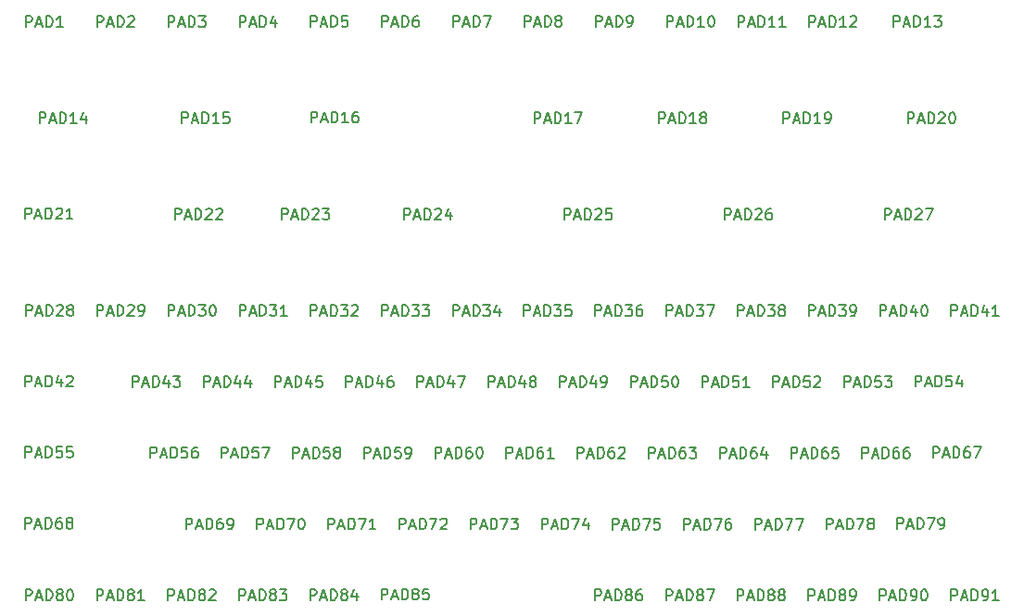
<source format=gbr>
G04 #@! TF.GenerationSoftware,KiCad,Pcbnew,(5.1.2-1)-1*
G04 #@! TF.CreationDate,2020-07-23T10:17:53-07:00*
G04 #@! TF.ProjectId,tiny-touch,74696e79-2d74-46f7-9563-682e6b696361,rev?*
G04 #@! TF.SameCoordinates,Original*
G04 #@! TF.FileFunction,Legend,Top*
G04 #@! TF.FilePolarity,Positive*
%FSLAX46Y46*%
G04 Gerber Fmt 4.6, Leading zero omitted, Abs format (unit mm)*
G04 Created by KiCad (PCBNEW (5.1.2-1)-1) date 2020-07-23 10:17:53*
%MOMM*%
%LPD*%
G04 APERTURE LIST*
%ADD10C,0.150000*%
G04 APERTURE END LIST*
D10*
X143975395Y-86432380D02*
X143975395Y-85432380D01*
X144356347Y-85432380D01*
X144451585Y-85480000D01*
X144499204Y-85527619D01*
X144546823Y-85622857D01*
X144546823Y-85765714D01*
X144499204Y-85860952D01*
X144451585Y-85908571D01*
X144356347Y-85956190D01*
X143975395Y-85956190D01*
X144927776Y-86146666D02*
X145403966Y-86146666D01*
X144832538Y-86432380D02*
X145165871Y-85432380D01*
X145499204Y-86432380D01*
X145832538Y-86432380D02*
X145832538Y-85432380D01*
X146070633Y-85432380D01*
X146213490Y-85480000D01*
X146308728Y-85575238D01*
X146356347Y-85670476D01*
X146403966Y-85860952D01*
X146403966Y-86003809D01*
X146356347Y-86194285D01*
X146308728Y-86289523D01*
X146213490Y-86384761D01*
X146070633Y-86432380D01*
X145832538Y-86432380D01*
X147356347Y-86432380D02*
X146784919Y-86432380D01*
X147070633Y-86432380D02*
X147070633Y-85432380D01*
X146975395Y-85575238D01*
X146880157Y-85670476D01*
X146784919Y-85718095D01*
X148213490Y-85432380D02*
X148023014Y-85432380D01*
X147927776Y-85480000D01*
X147880157Y-85527619D01*
X147784919Y-85670476D01*
X147737300Y-85860952D01*
X147737300Y-86241904D01*
X147784919Y-86337142D01*
X147832538Y-86384761D01*
X147927776Y-86432380D01*
X148118252Y-86432380D01*
X148213490Y-86384761D01*
X148261109Y-86337142D01*
X148308728Y-86241904D01*
X148308728Y-86003809D01*
X148261109Y-85908571D01*
X148213490Y-85860952D01*
X148118252Y-85813333D01*
X147927776Y-85813333D01*
X147832538Y-85860952D01*
X147784919Y-85908571D01*
X147737300Y-86003809D01*
X197213995Y-77682380D02*
X197213995Y-76682380D01*
X197594947Y-76682380D01*
X197690185Y-76730000D01*
X197737804Y-76777619D01*
X197785423Y-76872857D01*
X197785423Y-77015714D01*
X197737804Y-77110952D01*
X197690185Y-77158571D01*
X197594947Y-77206190D01*
X197213995Y-77206190D01*
X198166376Y-77396666D02*
X198642566Y-77396666D01*
X198071138Y-77682380D02*
X198404471Y-76682380D01*
X198737804Y-77682380D01*
X199071138Y-77682380D02*
X199071138Y-76682380D01*
X199309233Y-76682380D01*
X199452090Y-76730000D01*
X199547328Y-76825238D01*
X199594947Y-76920476D01*
X199642566Y-77110952D01*
X199642566Y-77253809D01*
X199594947Y-77444285D01*
X199547328Y-77539523D01*
X199452090Y-77634761D01*
X199309233Y-77682380D01*
X199071138Y-77682380D01*
X200594947Y-77682380D02*
X200023519Y-77682380D01*
X200309233Y-77682380D02*
X200309233Y-76682380D01*
X200213995Y-76825238D01*
X200118757Y-76920476D01*
X200023519Y-76968095D01*
X200928280Y-76682380D02*
X201547328Y-76682380D01*
X201213995Y-77063333D01*
X201356852Y-77063333D01*
X201452090Y-77110952D01*
X201499709Y-77158571D01*
X201547328Y-77253809D01*
X201547328Y-77491904D01*
X201499709Y-77587142D01*
X201452090Y-77634761D01*
X201356852Y-77682380D01*
X201071138Y-77682380D01*
X200975900Y-77634761D01*
X200928280Y-77587142D01*
X117930795Y-77692380D02*
X117930795Y-76692380D01*
X118311747Y-76692380D01*
X118406985Y-76740000D01*
X118454604Y-76787619D01*
X118502223Y-76882857D01*
X118502223Y-77025714D01*
X118454604Y-77120952D01*
X118406985Y-77168571D01*
X118311747Y-77216190D01*
X117930795Y-77216190D01*
X118883176Y-77406666D02*
X119359366Y-77406666D01*
X118787938Y-77692380D02*
X119121271Y-76692380D01*
X119454604Y-77692380D01*
X119787938Y-77692380D02*
X119787938Y-76692380D01*
X120026033Y-76692380D01*
X120168890Y-76740000D01*
X120264128Y-76835238D01*
X120311747Y-76930476D01*
X120359366Y-77120952D01*
X120359366Y-77263809D01*
X120311747Y-77454285D01*
X120264128Y-77549523D01*
X120168890Y-77644761D01*
X120026033Y-77692380D01*
X119787938Y-77692380D01*
X121311747Y-77692380D02*
X120740319Y-77692380D01*
X121026033Y-77692380D02*
X121026033Y-76692380D01*
X120930795Y-76835238D01*
X120835557Y-76930476D01*
X120740319Y-76978095D01*
X196403995Y-95302380D02*
X196403995Y-94302380D01*
X196784947Y-94302380D01*
X196880185Y-94350000D01*
X196927804Y-94397619D01*
X196975423Y-94492857D01*
X196975423Y-94635714D01*
X196927804Y-94730952D01*
X196880185Y-94778571D01*
X196784947Y-94826190D01*
X196403995Y-94826190D01*
X197356376Y-95016666D02*
X197832566Y-95016666D01*
X197261138Y-95302380D02*
X197594471Y-94302380D01*
X197927804Y-95302380D01*
X198261138Y-95302380D02*
X198261138Y-94302380D01*
X198499233Y-94302380D01*
X198642090Y-94350000D01*
X198737328Y-94445238D01*
X198784947Y-94540476D01*
X198832566Y-94730952D01*
X198832566Y-94873809D01*
X198784947Y-95064285D01*
X198737328Y-95159523D01*
X198642090Y-95254761D01*
X198499233Y-95302380D01*
X198261138Y-95302380D01*
X199213519Y-94397619D02*
X199261138Y-94350000D01*
X199356376Y-94302380D01*
X199594471Y-94302380D01*
X199689709Y-94350000D01*
X199737328Y-94397619D01*
X199784947Y-94492857D01*
X199784947Y-94588095D01*
X199737328Y-94730952D01*
X199165900Y-95302380D01*
X199784947Y-95302380D01*
X200118280Y-94302380D02*
X200784947Y-94302380D01*
X200356376Y-95302380D01*
X167143995Y-95302380D02*
X167143995Y-94302380D01*
X167524947Y-94302380D01*
X167620185Y-94350000D01*
X167667804Y-94397619D01*
X167715423Y-94492857D01*
X167715423Y-94635714D01*
X167667804Y-94730952D01*
X167620185Y-94778571D01*
X167524947Y-94826190D01*
X167143995Y-94826190D01*
X168096376Y-95016666D02*
X168572566Y-95016666D01*
X168001138Y-95302380D02*
X168334471Y-94302380D01*
X168667804Y-95302380D01*
X169001138Y-95302380D02*
X169001138Y-94302380D01*
X169239233Y-94302380D01*
X169382090Y-94350000D01*
X169477328Y-94445238D01*
X169524947Y-94540476D01*
X169572566Y-94730952D01*
X169572566Y-94873809D01*
X169524947Y-95064285D01*
X169477328Y-95159523D01*
X169382090Y-95254761D01*
X169239233Y-95302380D01*
X169001138Y-95302380D01*
X169953519Y-94397619D02*
X170001138Y-94350000D01*
X170096376Y-94302380D01*
X170334471Y-94302380D01*
X170429709Y-94350000D01*
X170477328Y-94397619D01*
X170524947Y-94492857D01*
X170524947Y-94588095D01*
X170477328Y-94730952D01*
X169905900Y-95302380D01*
X170524947Y-95302380D01*
X171429709Y-94302380D02*
X170953519Y-94302380D01*
X170905900Y-94778571D01*
X170953519Y-94730952D01*
X171048757Y-94683333D01*
X171286852Y-94683333D01*
X171382090Y-94730952D01*
X171429709Y-94778571D01*
X171477328Y-94873809D01*
X171477328Y-95111904D01*
X171429709Y-95207142D01*
X171382090Y-95254761D01*
X171286852Y-95302380D01*
X171048757Y-95302380D01*
X170953519Y-95254761D01*
X170905900Y-95207142D01*
X141304395Y-95282380D02*
X141304395Y-94282380D01*
X141685347Y-94282380D01*
X141780585Y-94330000D01*
X141828204Y-94377619D01*
X141875823Y-94472857D01*
X141875823Y-94615714D01*
X141828204Y-94710952D01*
X141780585Y-94758571D01*
X141685347Y-94806190D01*
X141304395Y-94806190D01*
X142256776Y-94996666D02*
X142732966Y-94996666D01*
X142161538Y-95282380D02*
X142494871Y-94282380D01*
X142828204Y-95282380D01*
X143161538Y-95282380D02*
X143161538Y-94282380D01*
X143399633Y-94282380D01*
X143542490Y-94330000D01*
X143637728Y-94425238D01*
X143685347Y-94520476D01*
X143732966Y-94710952D01*
X143732966Y-94853809D01*
X143685347Y-95044285D01*
X143637728Y-95139523D01*
X143542490Y-95234761D01*
X143399633Y-95282380D01*
X143161538Y-95282380D01*
X144113919Y-94377619D02*
X144161538Y-94330000D01*
X144256776Y-94282380D01*
X144494871Y-94282380D01*
X144590109Y-94330000D01*
X144637728Y-94377619D01*
X144685347Y-94472857D01*
X144685347Y-94568095D01*
X144637728Y-94710952D01*
X144066300Y-95282380D01*
X144685347Y-95282380D01*
X145018680Y-94282380D02*
X145637728Y-94282380D01*
X145304395Y-94663333D01*
X145447252Y-94663333D01*
X145542490Y-94710952D01*
X145590109Y-94758571D01*
X145637728Y-94853809D01*
X145637728Y-95091904D01*
X145590109Y-95187142D01*
X145542490Y-95234761D01*
X145447252Y-95282380D01*
X145161538Y-95282380D01*
X145066300Y-95234761D01*
X145018680Y-95187142D01*
X131544395Y-95292380D02*
X131544395Y-94292380D01*
X131925347Y-94292380D01*
X132020585Y-94340000D01*
X132068204Y-94387619D01*
X132115823Y-94482857D01*
X132115823Y-94625714D01*
X132068204Y-94720952D01*
X132020585Y-94768571D01*
X131925347Y-94816190D01*
X131544395Y-94816190D01*
X132496776Y-95006666D02*
X132972966Y-95006666D01*
X132401538Y-95292380D02*
X132734871Y-94292380D01*
X133068204Y-95292380D01*
X133401538Y-95292380D02*
X133401538Y-94292380D01*
X133639633Y-94292380D01*
X133782490Y-94340000D01*
X133877728Y-94435238D01*
X133925347Y-94530476D01*
X133972966Y-94720952D01*
X133972966Y-94863809D01*
X133925347Y-95054285D01*
X133877728Y-95149523D01*
X133782490Y-95244761D01*
X133639633Y-95292380D01*
X133401538Y-95292380D01*
X134353919Y-94387619D02*
X134401538Y-94340000D01*
X134496776Y-94292380D01*
X134734871Y-94292380D01*
X134830109Y-94340000D01*
X134877728Y-94387619D01*
X134925347Y-94482857D01*
X134925347Y-94578095D01*
X134877728Y-94720952D01*
X134306300Y-95292380D01*
X134925347Y-95292380D01*
X135306300Y-94387619D02*
X135353919Y-94340000D01*
X135449157Y-94292380D01*
X135687252Y-94292380D01*
X135782490Y-94340000D01*
X135830109Y-94387619D01*
X135877728Y-94482857D01*
X135877728Y-94578095D01*
X135830109Y-94720952D01*
X135258680Y-95292380D01*
X135877728Y-95292380D01*
X198506395Y-86502380D02*
X198506395Y-85502380D01*
X198887347Y-85502380D01*
X198982585Y-85550000D01*
X199030204Y-85597619D01*
X199077823Y-85692857D01*
X199077823Y-85835714D01*
X199030204Y-85930952D01*
X198982585Y-85978571D01*
X198887347Y-86026190D01*
X198506395Y-86026190D01*
X199458776Y-86216666D02*
X199934966Y-86216666D01*
X199363538Y-86502380D02*
X199696871Y-85502380D01*
X200030204Y-86502380D01*
X200363538Y-86502380D02*
X200363538Y-85502380D01*
X200601633Y-85502380D01*
X200744490Y-85550000D01*
X200839728Y-85645238D01*
X200887347Y-85740476D01*
X200934966Y-85930952D01*
X200934966Y-86073809D01*
X200887347Y-86264285D01*
X200839728Y-86359523D01*
X200744490Y-86454761D01*
X200601633Y-86502380D01*
X200363538Y-86502380D01*
X201315919Y-85597619D02*
X201363538Y-85550000D01*
X201458776Y-85502380D01*
X201696871Y-85502380D01*
X201792109Y-85550000D01*
X201839728Y-85597619D01*
X201887347Y-85692857D01*
X201887347Y-85788095D01*
X201839728Y-85930952D01*
X201268300Y-86502380D01*
X201887347Y-86502380D01*
X202506395Y-85502380D02*
X202601633Y-85502380D01*
X202696871Y-85550000D01*
X202744490Y-85597619D01*
X202792109Y-85692857D01*
X202839728Y-85883333D01*
X202839728Y-86121428D01*
X202792109Y-86311904D01*
X202744490Y-86407142D01*
X202696871Y-86454761D01*
X202601633Y-86502380D01*
X202506395Y-86502380D01*
X202411157Y-86454761D01*
X202363538Y-86407142D01*
X202315919Y-86311904D01*
X202268300Y-86121428D01*
X202268300Y-85883333D01*
X202315919Y-85692857D01*
X202363538Y-85597619D01*
X202411157Y-85550000D01*
X202506395Y-85502380D01*
X117875795Y-95242380D02*
X117875795Y-94242380D01*
X118256747Y-94242380D01*
X118351985Y-94290000D01*
X118399604Y-94337619D01*
X118447223Y-94432857D01*
X118447223Y-94575714D01*
X118399604Y-94670952D01*
X118351985Y-94718571D01*
X118256747Y-94766190D01*
X117875795Y-94766190D01*
X118828176Y-94956666D02*
X119304366Y-94956666D01*
X118732938Y-95242380D02*
X119066271Y-94242380D01*
X119399604Y-95242380D01*
X119732938Y-95242380D02*
X119732938Y-94242380D01*
X119971033Y-94242380D01*
X120113890Y-94290000D01*
X120209128Y-94385238D01*
X120256747Y-94480476D01*
X120304366Y-94670952D01*
X120304366Y-94813809D01*
X120256747Y-95004285D01*
X120209128Y-95099523D01*
X120113890Y-95194761D01*
X119971033Y-95242380D01*
X119732938Y-95242380D01*
X120685319Y-94337619D02*
X120732938Y-94290000D01*
X120828176Y-94242380D01*
X121066271Y-94242380D01*
X121161509Y-94290000D01*
X121209128Y-94337619D01*
X121256747Y-94432857D01*
X121256747Y-94528095D01*
X121209128Y-94670952D01*
X120637700Y-95242380D01*
X121256747Y-95242380D01*
X122209128Y-95242380D02*
X121637700Y-95242380D01*
X121923414Y-95242380D02*
X121923414Y-94242380D01*
X121828176Y-94385238D01*
X121732938Y-94480476D01*
X121637700Y-94528095D01*
X202470795Y-130112580D02*
X202470795Y-129112580D01*
X202851747Y-129112580D01*
X202946985Y-129160200D01*
X202994604Y-129207819D01*
X203042223Y-129303057D01*
X203042223Y-129445914D01*
X202994604Y-129541152D01*
X202946985Y-129588771D01*
X202851747Y-129636390D01*
X202470795Y-129636390D01*
X203423176Y-129826866D02*
X203899366Y-129826866D01*
X203327938Y-130112580D02*
X203661271Y-129112580D01*
X203994604Y-130112580D01*
X204327938Y-130112580D02*
X204327938Y-129112580D01*
X204566033Y-129112580D01*
X204708890Y-129160200D01*
X204804128Y-129255438D01*
X204851747Y-129350676D01*
X204899366Y-129541152D01*
X204899366Y-129684009D01*
X204851747Y-129874485D01*
X204804128Y-129969723D01*
X204708890Y-130064961D01*
X204566033Y-130112580D01*
X204327938Y-130112580D01*
X205375557Y-130112580D02*
X205566033Y-130112580D01*
X205661271Y-130064961D01*
X205708890Y-130017342D01*
X205804128Y-129874485D01*
X205851747Y-129684009D01*
X205851747Y-129303057D01*
X205804128Y-129207819D01*
X205756509Y-129160200D01*
X205661271Y-129112580D01*
X205470795Y-129112580D01*
X205375557Y-129160200D01*
X205327938Y-129207819D01*
X205280319Y-129303057D01*
X205280319Y-129541152D01*
X205327938Y-129636390D01*
X205375557Y-129684009D01*
X205470795Y-129731628D01*
X205661271Y-129731628D01*
X205756509Y-129684009D01*
X205804128Y-129636390D01*
X205851747Y-129541152D01*
X206804128Y-130112580D02*
X206232700Y-130112580D01*
X206518414Y-130112580D02*
X206518414Y-129112580D01*
X206423176Y-129255438D01*
X206327938Y-129350676D01*
X206232700Y-129398295D01*
X195940795Y-130112580D02*
X195940795Y-129112580D01*
X196321747Y-129112580D01*
X196416985Y-129160200D01*
X196464604Y-129207819D01*
X196512223Y-129303057D01*
X196512223Y-129445914D01*
X196464604Y-129541152D01*
X196416985Y-129588771D01*
X196321747Y-129636390D01*
X195940795Y-129636390D01*
X196893176Y-129826866D02*
X197369366Y-129826866D01*
X196797938Y-130112580D02*
X197131271Y-129112580D01*
X197464604Y-130112580D01*
X197797938Y-130112580D02*
X197797938Y-129112580D01*
X198036033Y-129112580D01*
X198178890Y-129160200D01*
X198274128Y-129255438D01*
X198321747Y-129350676D01*
X198369366Y-129541152D01*
X198369366Y-129684009D01*
X198321747Y-129874485D01*
X198274128Y-129969723D01*
X198178890Y-130064961D01*
X198036033Y-130112580D01*
X197797938Y-130112580D01*
X198845557Y-130112580D02*
X199036033Y-130112580D01*
X199131271Y-130064961D01*
X199178890Y-130017342D01*
X199274128Y-129874485D01*
X199321747Y-129684009D01*
X199321747Y-129303057D01*
X199274128Y-129207819D01*
X199226509Y-129160200D01*
X199131271Y-129112580D01*
X198940795Y-129112580D01*
X198845557Y-129160200D01*
X198797938Y-129207819D01*
X198750319Y-129303057D01*
X198750319Y-129541152D01*
X198797938Y-129636390D01*
X198845557Y-129684009D01*
X198940795Y-129731628D01*
X199131271Y-129731628D01*
X199226509Y-129684009D01*
X199274128Y-129636390D01*
X199321747Y-129541152D01*
X199940795Y-129112580D02*
X200036033Y-129112580D01*
X200131271Y-129160200D01*
X200178890Y-129207819D01*
X200226509Y-129303057D01*
X200274128Y-129493533D01*
X200274128Y-129731628D01*
X200226509Y-129922104D01*
X200178890Y-130017342D01*
X200131271Y-130064961D01*
X200036033Y-130112580D01*
X199940795Y-130112580D01*
X199845557Y-130064961D01*
X199797938Y-130017342D01*
X199750319Y-129922104D01*
X199702700Y-129731628D01*
X199702700Y-129493533D01*
X199750319Y-129303057D01*
X199797938Y-129207819D01*
X199845557Y-129160200D01*
X199940795Y-129112580D01*
X189430795Y-130112580D02*
X189430795Y-129112580D01*
X189811747Y-129112580D01*
X189906985Y-129160200D01*
X189954604Y-129207819D01*
X190002223Y-129303057D01*
X190002223Y-129445914D01*
X189954604Y-129541152D01*
X189906985Y-129588771D01*
X189811747Y-129636390D01*
X189430795Y-129636390D01*
X190383176Y-129826866D02*
X190859366Y-129826866D01*
X190287938Y-130112580D02*
X190621271Y-129112580D01*
X190954604Y-130112580D01*
X191287938Y-130112580D02*
X191287938Y-129112580D01*
X191526033Y-129112580D01*
X191668890Y-129160200D01*
X191764128Y-129255438D01*
X191811747Y-129350676D01*
X191859366Y-129541152D01*
X191859366Y-129684009D01*
X191811747Y-129874485D01*
X191764128Y-129969723D01*
X191668890Y-130064961D01*
X191526033Y-130112580D01*
X191287938Y-130112580D01*
X192430795Y-129541152D02*
X192335557Y-129493533D01*
X192287938Y-129445914D01*
X192240319Y-129350676D01*
X192240319Y-129303057D01*
X192287938Y-129207819D01*
X192335557Y-129160200D01*
X192430795Y-129112580D01*
X192621271Y-129112580D01*
X192716509Y-129160200D01*
X192764128Y-129207819D01*
X192811747Y-129303057D01*
X192811747Y-129350676D01*
X192764128Y-129445914D01*
X192716509Y-129493533D01*
X192621271Y-129541152D01*
X192430795Y-129541152D01*
X192335557Y-129588771D01*
X192287938Y-129636390D01*
X192240319Y-129731628D01*
X192240319Y-129922104D01*
X192287938Y-130017342D01*
X192335557Y-130064961D01*
X192430795Y-130112580D01*
X192621271Y-130112580D01*
X192716509Y-130064961D01*
X192764128Y-130017342D01*
X192811747Y-129922104D01*
X192811747Y-129731628D01*
X192764128Y-129636390D01*
X192716509Y-129588771D01*
X192621271Y-129541152D01*
X193287938Y-130112580D02*
X193478414Y-130112580D01*
X193573652Y-130064961D01*
X193621271Y-130017342D01*
X193716509Y-129874485D01*
X193764128Y-129684009D01*
X193764128Y-129303057D01*
X193716509Y-129207819D01*
X193668890Y-129160200D01*
X193573652Y-129112580D01*
X193383176Y-129112580D01*
X193287938Y-129160200D01*
X193240319Y-129207819D01*
X193192700Y-129303057D01*
X193192700Y-129541152D01*
X193240319Y-129636390D01*
X193287938Y-129684009D01*
X193383176Y-129731628D01*
X193573652Y-129731628D01*
X193668890Y-129684009D01*
X193716509Y-129636390D01*
X193764128Y-129541152D01*
X182930795Y-130112580D02*
X182930795Y-129112580D01*
X183311747Y-129112580D01*
X183406985Y-129160200D01*
X183454604Y-129207819D01*
X183502223Y-129303057D01*
X183502223Y-129445914D01*
X183454604Y-129541152D01*
X183406985Y-129588771D01*
X183311747Y-129636390D01*
X182930795Y-129636390D01*
X183883176Y-129826866D02*
X184359366Y-129826866D01*
X183787938Y-130112580D02*
X184121271Y-129112580D01*
X184454604Y-130112580D01*
X184787938Y-130112580D02*
X184787938Y-129112580D01*
X185026033Y-129112580D01*
X185168890Y-129160200D01*
X185264128Y-129255438D01*
X185311747Y-129350676D01*
X185359366Y-129541152D01*
X185359366Y-129684009D01*
X185311747Y-129874485D01*
X185264128Y-129969723D01*
X185168890Y-130064961D01*
X185026033Y-130112580D01*
X184787938Y-130112580D01*
X185930795Y-129541152D02*
X185835557Y-129493533D01*
X185787938Y-129445914D01*
X185740319Y-129350676D01*
X185740319Y-129303057D01*
X185787938Y-129207819D01*
X185835557Y-129160200D01*
X185930795Y-129112580D01*
X186121271Y-129112580D01*
X186216509Y-129160200D01*
X186264128Y-129207819D01*
X186311747Y-129303057D01*
X186311747Y-129350676D01*
X186264128Y-129445914D01*
X186216509Y-129493533D01*
X186121271Y-129541152D01*
X185930795Y-129541152D01*
X185835557Y-129588771D01*
X185787938Y-129636390D01*
X185740319Y-129731628D01*
X185740319Y-129922104D01*
X185787938Y-130017342D01*
X185835557Y-130064961D01*
X185930795Y-130112580D01*
X186121271Y-130112580D01*
X186216509Y-130064961D01*
X186264128Y-130017342D01*
X186311747Y-129922104D01*
X186311747Y-129731628D01*
X186264128Y-129636390D01*
X186216509Y-129588771D01*
X186121271Y-129541152D01*
X186883176Y-129541152D02*
X186787938Y-129493533D01*
X186740319Y-129445914D01*
X186692700Y-129350676D01*
X186692700Y-129303057D01*
X186740319Y-129207819D01*
X186787938Y-129160200D01*
X186883176Y-129112580D01*
X187073652Y-129112580D01*
X187168890Y-129160200D01*
X187216509Y-129207819D01*
X187264128Y-129303057D01*
X187264128Y-129350676D01*
X187216509Y-129445914D01*
X187168890Y-129493533D01*
X187073652Y-129541152D01*
X186883176Y-129541152D01*
X186787938Y-129588771D01*
X186740319Y-129636390D01*
X186692700Y-129731628D01*
X186692700Y-129922104D01*
X186740319Y-130017342D01*
X186787938Y-130064961D01*
X186883176Y-130112580D01*
X187073652Y-130112580D01*
X187168890Y-130064961D01*
X187216509Y-130017342D01*
X187264128Y-129922104D01*
X187264128Y-129731628D01*
X187216509Y-129636390D01*
X187168890Y-129588771D01*
X187073652Y-129541152D01*
X176430795Y-130112580D02*
X176430795Y-129112580D01*
X176811747Y-129112580D01*
X176906985Y-129160200D01*
X176954604Y-129207819D01*
X177002223Y-129303057D01*
X177002223Y-129445914D01*
X176954604Y-129541152D01*
X176906985Y-129588771D01*
X176811747Y-129636390D01*
X176430795Y-129636390D01*
X177383176Y-129826866D02*
X177859366Y-129826866D01*
X177287938Y-130112580D02*
X177621271Y-129112580D01*
X177954604Y-130112580D01*
X178287938Y-130112580D02*
X178287938Y-129112580D01*
X178526033Y-129112580D01*
X178668890Y-129160200D01*
X178764128Y-129255438D01*
X178811747Y-129350676D01*
X178859366Y-129541152D01*
X178859366Y-129684009D01*
X178811747Y-129874485D01*
X178764128Y-129969723D01*
X178668890Y-130064961D01*
X178526033Y-130112580D01*
X178287938Y-130112580D01*
X179430795Y-129541152D02*
X179335557Y-129493533D01*
X179287938Y-129445914D01*
X179240319Y-129350676D01*
X179240319Y-129303057D01*
X179287938Y-129207819D01*
X179335557Y-129160200D01*
X179430795Y-129112580D01*
X179621271Y-129112580D01*
X179716509Y-129160200D01*
X179764128Y-129207819D01*
X179811747Y-129303057D01*
X179811747Y-129350676D01*
X179764128Y-129445914D01*
X179716509Y-129493533D01*
X179621271Y-129541152D01*
X179430795Y-129541152D01*
X179335557Y-129588771D01*
X179287938Y-129636390D01*
X179240319Y-129731628D01*
X179240319Y-129922104D01*
X179287938Y-130017342D01*
X179335557Y-130064961D01*
X179430795Y-130112580D01*
X179621271Y-130112580D01*
X179716509Y-130064961D01*
X179764128Y-130017342D01*
X179811747Y-129922104D01*
X179811747Y-129731628D01*
X179764128Y-129636390D01*
X179716509Y-129588771D01*
X179621271Y-129541152D01*
X180145080Y-129112580D02*
X180811747Y-129112580D01*
X180383176Y-130112580D01*
X169920795Y-130112580D02*
X169920795Y-129112580D01*
X170301747Y-129112580D01*
X170396985Y-129160200D01*
X170444604Y-129207819D01*
X170492223Y-129303057D01*
X170492223Y-129445914D01*
X170444604Y-129541152D01*
X170396985Y-129588771D01*
X170301747Y-129636390D01*
X169920795Y-129636390D01*
X170873176Y-129826866D02*
X171349366Y-129826866D01*
X170777938Y-130112580D02*
X171111271Y-129112580D01*
X171444604Y-130112580D01*
X171777938Y-130112580D02*
X171777938Y-129112580D01*
X172016033Y-129112580D01*
X172158890Y-129160200D01*
X172254128Y-129255438D01*
X172301747Y-129350676D01*
X172349366Y-129541152D01*
X172349366Y-129684009D01*
X172301747Y-129874485D01*
X172254128Y-129969723D01*
X172158890Y-130064961D01*
X172016033Y-130112580D01*
X171777938Y-130112580D01*
X172920795Y-129541152D02*
X172825557Y-129493533D01*
X172777938Y-129445914D01*
X172730319Y-129350676D01*
X172730319Y-129303057D01*
X172777938Y-129207819D01*
X172825557Y-129160200D01*
X172920795Y-129112580D01*
X173111271Y-129112580D01*
X173206509Y-129160200D01*
X173254128Y-129207819D01*
X173301747Y-129303057D01*
X173301747Y-129350676D01*
X173254128Y-129445914D01*
X173206509Y-129493533D01*
X173111271Y-129541152D01*
X172920795Y-129541152D01*
X172825557Y-129588771D01*
X172777938Y-129636390D01*
X172730319Y-129731628D01*
X172730319Y-129922104D01*
X172777938Y-130017342D01*
X172825557Y-130064961D01*
X172920795Y-130112580D01*
X173111271Y-130112580D01*
X173206509Y-130064961D01*
X173254128Y-130017342D01*
X173301747Y-129922104D01*
X173301747Y-129731628D01*
X173254128Y-129636390D01*
X173206509Y-129588771D01*
X173111271Y-129541152D01*
X174158890Y-129112580D02*
X173968414Y-129112580D01*
X173873176Y-129160200D01*
X173825557Y-129207819D01*
X173730319Y-129350676D01*
X173682700Y-129541152D01*
X173682700Y-129922104D01*
X173730319Y-130017342D01*
X173777938Y-130064961D01*
X173873176Y-130112580D01*
X174063652Y-130112580D01*
X174158890Y-130064961D01*
X174206509Y-130017342D01*
X174254128Y-129922104D01*
X174254128Y-129684009D01*
X174206509Y-129588771D01*
X174158890Y-129541152D01*
X174063652Y-129493533D01*
X173873176Y-129493533D01*
X173777938Y-129541152D01*
X173730319Y-129588771D01*
X173682700Y-129684009D01*
X150415395Y-130042180D02*
X150415395Y-129042180D01*
X150796347Y-129042180D01*
X150891585Y-129089800D01*
X150939204Y-129137419D01*
X150986823Y-129232657D01*
X150986823Y-129375514D01*
X150939204Y-129470752D01*
X150891585Y-129518371D01*
X150796347Y-129565990D01*
X150415395Y-129565990D01*
X151367776Y-129756466D02*
X151843966Y-129756466D01*
X151272538Y-130042180D02*
X151605871Y-129042180D01*
X151939204Y-130042180D01*
X152272538Y-130042180D02*
X152272538Y-129042180D01*
X152510633Y-129042180D01*
X152653490Y-129089800D01*
X152748728Y-129185038D01*
X152796347Y-129280276D01*
X152843966Y-129470752D01*
X152843966Y-129613609D01*
X152796347Y-129804085D01*
X152748728Y-129899323D01*
X152653490Y-129994561D01*
X152510633Y-130042180D01*
X152272538Y-130042180D01*
X153415395Y-129470752D02*
X153320157Y-129423133D01*
X153272538Y-129375514D01*
X153224919Y-129280276D01*
X153224919Y-129232657D01*
X153272538Y-129137419D01*
X153320157Y-129089800D01*
X153415395Y-129042180D01*
X153605871Y-129042180D01*
X153701109Y-129089800D01*
X153748728Y-129137419D01*
X153796347Y-129232657D01*
X153796347Y-129280276D01*
X153748728Y-129375514D01*
X153701109Y-129423133D01*
X153605871Y-129470752D01*
X153415395Y-129470752D01*
X153320157Y-129518371D01*
X153272538Y-129565990D01*
X153224919Y-129661228D01*
X153224919Y-129851704D01*
X153272538Y-129946942D01*
X153320157Y-129994561D01*
X153415395Y-130042180D01*
X153605871Y-130042180D01*
X153701109Y-129994561D01*
X153748728Y-129946942D01*
X153796347Y-129851704D01*
X153796347Y-129661228D01*
X153748728Y-129565990D01*
X153701109Y-129518371D01*
X153605871Y-129470752D01*
X154701109Y-129042180D02*
X154224919Y-129042180D01*
X154177300Y-129518371D01*
X154224919Y-129470752D01*
X154320157Y-129423133D01*
X154558252Y-129423133D01*
X154653490Y-129470752D01*
X154701109Y-129518371D01*
X154748728Y-129613609D01*
X154748728Y-129851704D01*
X154701109Y-129946942D01*
X154653490Y-129994561D01*
X154558252Y-130042180D01*
X154320157Y-130042180D01*
X154224919Y-129994561D01*
X154177300Y-129946942D01*
X143910795Y-130102580D02*
X143910795Y-129102580D01*
X144291747Y-129102580D01*
X144386985Y-129150200D01*
X144434604Y-129197819D01*
X144482223Y-129293057D01*
X144482223Y-129435914D01*
X144434604Y-129531152D01*
X144386985Y-129578771D01*
X144291747Y-129626390D01*
X143910795Y-129626390D01*
X144863176Y-129816866D02*
X145339366Y-129816866D01*
X144767938Y-130102580D02*
X145101271Y-129102580D01*
X145434604Y-130102580D01*
X145767938Y-130102580D02*
X145767938Y-129102580D01*
X146006033Y-129102580D01*
X146148890Y-129150200D01*
X146244128Y-129245438D01*
X146291747Y-129340676D01*
X146339366Y-129531152D01*
X146339366Y-129674009D01*
X146291747Y-129864485D01*
X146244128Y-129959723D01*
X146148890Y-130054961D01*
X146006033Y-130102580D01*
X145767938Y-130102580D01*
X146910795Y-129531152D02*
X146815557Y-129483533D01*
X146767938Y-129435914D01*
X146720319Y-129340676D01*
X146720319Y-129293057D01*
X146767938Y-129197819D01*
X146815557Y-129150200D01*
X146910795Y-129102580D01*
X147101271Y-129102580D01*
X147196509Y-129150200D01*
X147244128Y-129197819D01*
X147291747Y-129293057D01*
X147291747Y-129340676D01*
X147244128Y-129435914D01*
X147196509Y-129483533D01*
X147101271Y-129531152D01*
X146910795Y-129531152D01*
X146815557Y-129578771D01*
X146767938Y-129626390D01*
X146720319Y-129721628D01*
X146720319Y-129912104D01*
X146767938Y-130007342D01*
X146815557Y-130054961D01*
X146910795Y-130102580D01*
X147101271Y-130102580D01*
X147196509Y-130054961D01*
X147244128Y-130007342D01*
X147291747Y-129912104D01*
X147291747Y-129721628D01*
X147244128Y-129626390D01*
X147196509Y-129578771D01*
X147101271Y-129531152D01*
X148148890Y-129435914D02*
X148148890Y-130102580D01*
X147910795Y-129054961D02*
X147672700Y-129769247D01*
X148291747Y-129769247D01*
X137410795Y-130102580D02*
X137410795Y-129102580D01*
X137791747Y-129102580D01*
X137886985Y-129150200D01*
X137934604Y-129197819D01*
X137982223Y-129293057D01*
X137982223Y-129435914D01*
X137934604Y-129531152D01*
X137886985Y-129578771D01*
X137791747Y-129626390D01*
X137410795Y-129626390D01*
X138363176Y-129816866D02*
X138839366Y-129816866D01*
X138267938Y-130102580D02*
X138601271Y-129102580D01*
X138934604Y-130102580D01*
X139267938Y-130102580D02*
X139267938Y-129102580D01*
X139506033Y-129102580D01*
X139648890Y-129150200D01*
X139744128Y-129245438D01*
X139791747Y-129340676D01*
X139839366Y-129531152D01*
X139839366Y-129674009D01*
X139791747Y-129864485D01*
X139744128Y-129959723D01*
X139648890Y-130054961D01*
X139506033Y-130102580D01*
X139267938Y-130102580D01*
X140410795Y-129531152D02*
X140315557Y-129483533D01*
X140267938Y-129435914D01*
X140220319Y-129340676D01*
X140220319Y-129293057D01*
X140267938Y-129197819D01*
X140315557Y-129150200D01*
X140410795Y-129102580D01*
X140601271Y-129102580D01*
X140696509Y-129150200D01*
X140744128Y-129197819D01*
X140791747Y-129293057D01*
X140791747Y-129340676D01*
X140744128Y-129435914D01*
X140696509Y-129483533D01*
X140601271Y-129531152D01*
X140410795Y-129531152D01*
X140315557Y-129578771D01*
X140267938Y-129626390D01*
X140220319Y-129721628D01*
X140220319Y-129912104D01*
X140267938Y-130007342D01*
X140315557Y-130054961D01*
X140410795Y-130102580D01*
X140601271Y-130102580D01*
X140696509Y-130054961D01*
X140744128Y-130007342D01*
X140791747Y-129912104D01*
X140791747Y-129721628D01*
X140744128Y-129626390D01*
X140696509Y-129578771D01*
X140601271Y-129531152D01*
X141125080Y-129102580D02*
X141744128Y-129102580D01*
X141410795Y-129483533D01*
X141553652Y-129483533D01*
X141648890Y-129531152D01*
X141696509Y-129578771D01*
X141744128Y-129674009D01*
X141744128Y-129912104D01*
X141696509Y-130007342D01*
X141648890Y-130054961D01*
X141553652Y-130102580D01*
X141267938Y-130102580D01*
X141172700Y-130054961D01*
X141125080Y-130007342D01*
X130920795Y-130102580D02*
X130920795Y-129102580D01*
X131301747Y-129102580D01*
X131396985Y-129150200D01*
X131444604Y-129197819D01*
X131492223Y-129293057D01*
X131492223Y-129435914D01*
X131444604Y-129531152D01*
X131396985Y-129578771D01*
X131301747Y-129626390D01*
X130920795Y-129626390D01*
X131873176Y-129816866D02*
X132349366Y-129816866D01*
X131777938Y-130102580D02*
X132111271Y-129102580D01*
X132444604Y-130102580D01*
X132777938Y-130102580D02*
X132777938Y-129102580D01*
X133016033Y-129102580D01*
X133158890Y-129150200D01*
X133254128Y-129245438D01*
X133301747Y-129340676D01*
X133349366Y-129531152D01*
X133349366Y-129674009D01*
X133301747Y-129864485D01*
X133254128Y-129959723D01*
X133158890Y-130054961D01*
X133016033Y-130102580D01*
X132777938Y-130102580D01*
X133920795Y-129531152D02*
X133825557Y-129483533D01*
X133777938Y-129435914D01*
X133730319Y-129340676D01*
X133730319Y-129293057D01*
X133777938Y-129197819D01*
X133825557Y-129150200D01*
X133920795Y-129102580D01*
X134111271Y-129102580D01*
X134206509Y-129150200D01*
X134254128Y-129197819D01*
X134301747Y-129293057D01*
X134301747Y-129340676D01*
X134254128Y-129435914D01*
X134206509Y-129483533D01*
X134111271Y-129531152D01*
X133920795Y-129531152D01*
X133825557Y-129578771D01*
X133777938Y-129626390D01*
X133730319Y-129721628D01*
X133730319Y-129912104D01*
X133777938Y-130007342D01*
X133825557Y-130054961D01*
X133920795Y-130102580D01*
X134111271Y-130102580D01*
X134206509Y-130054961D01*
X134254128Y-130007342D01*
X134301747Y-129912104D01*
X134301747Y-129721628D01*
X134254128Y-129626390D01*
X134206509Y-129578771D01*
X134111271Y-129531152D01*
X134682700Y-129197819D02*
X134730319Y-129150200D01*
X134825557Y-129102580D01*
X135063652Y-129102580D01*
X135158890Y-129150200D01*
X135206509Y-129197819D01*
X135254128Y-129293057D01*
X135254128Y-129388295D01*
X135206509Y-129531152D01*
X134635080Y-130102580D01*
X135254128Y-130102580D01*
X124420795Y-130102580D02*
X124420795Y-129102580D01*
X124801747Y-129102580D01*
X124896985Y-129150200D01*
X124944604Y-129197819D01*
X124992223Y-129293057D01*
X124992223Y-129435914D01*
X124944604Y-129531152D01*
X124896985Y-129578771D01*
X124801747Y-129626390D01*
X124420795Y-129626390D01*
X125373176Y-129816866D02*
X125849366Y-129816866D01*
X125277938Y-130102580D02*
X125611271Y-129102580D01*
X125944604Y-130102580D01*
X126277938Y-130102580D02*
X126277938Y-129102580D01*
X126516033Y-129102580D01*
X126658890Y-129150200D01*
X126754128Y-129245438D01*
X126801747Y-129340676D01*
X126849366Y-129531152D01*
X126849366Y-129674009D01*
X126801747Y-129864485D01*
X126754128Y-129959723D01*
X126658890Y-130054961D01*
X126516033Y-130102580D01*
X126277938Y-130102580D01*
X127420795Y-129531152D02*
X127325557Y-129483533D01*
X127277938Y-129435914D01*
X127230319Y-129340676D01*
X127230319Y-129293057D01*
X127277938Y-129197819D01*
X127325557Y-129150200D01*
X127420795Y-129102580D01*
X127611271Y-129102580D01*
X127706509Y-129150200D01*
X127754128Y-129197819D01*
X127801747Y-129293057D01*
X127801747Y-129340676D01*
X127754128Y-129435914D01*
X127706509Y-129483533D01*
X127611271Y-129531152D01*
X127420795Y-129531152D01*
X127325557Y-129578771D01*
X127277938Y-129626390D01*
X127230319Y-129721628D01*
X127230319Y-129912104D01*
X127277938Y-130007342D01*
X127325557Y-130054961D01*
X127420795Y-130102580D01*
X127611271Y-130102580D01*
X127706509Y-130054961D01*
X127754128Y-130007342D01*
X127801747Y-129912104D01*
X127801747Y-129721628D01*
X127754128Y-129626390D01*
X127706509Y-129578771D01*
X127611271Y-129531152D01*
X128754128Y-130102580D02*
X128182700Y-130102580D01*
X128468414Y-130102580D02*
X128468414Y-129102580D01*
X128373176Y-129245438D01*
X128277938Y-129340676D01*
X128182700Y-129388295D01*
X117920795Y-130102580D02*
X117920795Y-129102580D01*
X118301747Y-129102580D01*
X118396985Y-129150200D01*
X118444604Y-129197819D01*
X118492223Y-129293057D01*
X118492223Y-129435914D01*
X118444604Y-129531152D01*
X118396985Y-129578771D01*
X118301747Y-129626390D01*
X117920795Y-129626390D01*
X118873176Y-129816866D02*
X119349366Y-129816866D01*
X118777938Y-130102580D02*
X119111271Y-129102580D01*
X119444604Y-130102580D01*
X119777938Y-130102580D02*
X119777938Y-129102580D01*
X120016033Y-129102580D01*
X120158890Y-129150200D01*
X120254128Y-129245438D01*
X120301747Y-129340676D01*
X120349366Y-129531152D01*
X120349366Y-129674009D01*
X120301747Y-129864485D01*
X120254128Y-129959723D01*
X120158890Y-130054961D01*
X120016033Y-130102580D01*
X119777938Y-130102580D01*
X120920795Y-129531152D02*
X120825557Y-129483533D01*
X120777938Y-129435914D01*
X120730319Y-129340676D01*
X120730319Y-129293057D01*
X120777938Y-129197819D01*
X120825557Y-129150200D01*
X120920795Y-129102580D01*
X121111271Y-129102580D01*
X121206509Y-129150200D01*
X121254128Y-129197819D01*
X121301747Y-129293057D01*
X121301747Y-129340676D01*
X121254128Y-129435914D01*
X121206509Y-129483533D01*
X121111271Y-129531152D01*
X120920795Y-129531152D01*
X120825557Y-129578771D01*
X120777938Y-129626390D01*
X120730319Y-129721628D01*
X120730319Y-129912104D01*
X120777938Y-130007342D01*
X120825557Y-130054961D01*
X120920795Y-130102580D01*
X121111271Y-130102580D01*
X121206509Y-130054961D01*
X121254128Y-130007342D01*
X121301747Y-129912104D01*
X121301747Y-129721628D01*
X121254128Y-129626390D01*
X121206509Y-129578771D01*
X121111271Y-129531152D01*
X121920795Y-129102580D02*
X122016033Y-129102580D01*
X122111271Y-129150200D01*
X122158890Y-129197819D01*
X122206509Y-129293057D01*
X122254128Y-129483533D01*
X122254128Y-129721628D01*
X122206509Y-129912104D01*
X122158890Y-130007342D01*
X122111271Y-130054961D01*
X122016033Y-130102580D01*
X121920795Y-130102580D01*
X121825557Y-130054961D01*
X121777938Y-130007342D01*
X121730319Y-129912104D01*
X121682700Y-129721628D01*
X121682700Y-129483533D01*
X121730319Y-129293057D01*
X121777938Y-129197819D01*
X121825557Y-129150200D01*
X121920795Y-129102580D01*
X197525595Y-123572180D02*
X197525595Y-122572180D01*
X197906547Y-122572180D01*
X198001785Y-122619800D01*
X198049404Y-122667419D01*
X198097023Y-122762657D01*
X198097023Y-122905514D01*
X198049404Y-123000752D01*
X198001785Y-123048371D01*
X197906547Y-123095990D01*
X197525595Y-123095990D01*
X198477976Y-123286466D02*
X198954166Y-123286466D01*
X198382738Y-123572180D02*
X198716071Y-122572180D01*
X199049404Y-123572180D01*
X199382738Y-123572180D02*
X199382738Y-122572180D01*
X199620833Y-122572180D01*
X199763690Y-122619800D01*
X199858928Y-122715038D01*
X199906547Y-122810276D01*
X199954166Y-123000752D01*
X199954166Y-123143609D01*
X199906547Y-123334085D01*
X199858928Y-123429323D01*
X199763690Y-123524561D01*
X199620833Y-123572180D01*
X199382738Y-123572180D01*
X200287500Y-122572180D02*
X200954166Y-122572180D01*
X200525595Y-123572180D01*
X201382738Y-123572180D02*
X201573214Y-123572180D01*
X201668452Y-123524561D01*
X201716071Y-123476942D01*
X201811309Y-123334085D01*
X201858928Y-123143609D01*
X201858928Y-122762657D01*
X201811309Y-122667419D01*
X201763690Y-122619800D01*
X201668452Y-122572180D01*
X201477976Y-122572180D01*
X201382738Y-122619800D01*
X201335119Y-122667419D01*
X201287500Y-122762657D01*
X201287500Y-123000752D01*
X201335119Y-123095990D01*
X201382738Y-123143609D01*
X201477976Y-123191228D01*
X201668452Y-123191228D01*
X201763690Y-123143609D01*
X201811309Y-123095990D01*
X201858928Y-123000752D01*
X191080795Y-123610580D02*
X191080795Y-122610580D01*
X191461747Y-122610580D01*
X191556985Y-122658200D01*
X191604604Y-122705819D01*
X191652223Y-122801057D01*
X191652223Y-122943914D01*
X191604604Y-123039152D01*
X191556985Y-123086771D01*
X191461747Y-123134390D01*
X191080795Y-123134390D01*
X192033176Y-123324866D02*
X192509366Y-123324866D01*
X191937938Y-123610580D02*
X192271271Y-122610580D01*
X192604604Y-123610580D01*
X192937938Y-123610580D02*
X192937938Y-122610580D01*
X193176033Y-122610580D01*
X193318890Y-122658200D01*
X193414128Y-122753438D01*
X193461747Y-122848676D01*
X193509366Y-123039152D01*
X193509366Y-123182009D01*
X193461747Y-123372485D01*
X193414128Y-123467723D01*
X193318890Y-123562961D01*
X193176033Y-123610580D01*
X192937938Y-123610580D01*
X193842700Y-122610580D02*
X194509366Y-122610580D01*
X194080795Y-123610580D01*
X195033176Y-123039152D02*
X194937938Y-122991533D01*
X194890319Y-122943914D01*
X194842700Y-122848676D01*
X194842700Y-122801057D01*
X194890319Y-122705819D01*
X194937938Y-122658200D01*
X195033176Y-122610580D01*
X195223652Y-122610580D01*
X195318890Y-122658200D01*
X195366509Y-122705819D01*
X195414128Y-122801057D01*
X195414128Y-122848676D01*
X195366509Y-122943914D01*
X195318890Y-122991533D01*
X195223652Y-123039152D01*
X195033176Y-123039152D01*
X194937938Y-123086771D01*
X194890319Y-123134390D01*
X194842700Y-123229628D01*
X194842700Y-123420104D01*
X194890319Y-123515342D01*
X194937938Y-123562961D01*
X195033176Y-123610580D01*
X195223652Y-123610580D01*
X195318890Y-123562961D01*
X195366509Y-123515342D01*
X195414128Y-123420104D01*
X195414128Y-123229628D01*
X195366509Y-123134390D01*
X195318890Y-123086771D01*
X195223652Y-123039152D01*
X184560795Y-123612580D02*
X184560795Y-122612580D01*
X184941747Y-122612580D01*
X185036985Y-122660200D01*
X185084604Y-122707819D01*
X185132223Y-122803057D01*
X185132223Y-122945914D01*
X185084604Y-123041152D01*
X185036985Y-123088771D01*
X184941747Y-123136390D01*
X184560795Y-123136390D01*
X185513176Y-123326866D02*
X185989366Y-123326866D01*
X185417938Y-123612580D02*
X185751271Y-122612580D01*
X186084604Y-123612580D01*
X186417938Y-123612580D02*
X186417938Y-122612580D01*
X186656033Y-122612580D01*
X186798890Y-122660200D01*
X186894128Y-122755438D01*
X186941747Y-122850676D01*
X186989366Y-123041152D01*
X186989366Y-123184009D01*
X186941747Y-123374485D01*
X186894128Y-123469723D01*
X186798890Y-123564961D01*
X186656033Y-123612580D01*
X186417938Y-123612580D01*
X187322700Y-122612580D02*
X187989366Y-122612580D01*
X187560795Y-123612580D01*
X188275080Y-122612580D02*
X188941747Y-122612580D01*
X188513176Y-123612580D01*
X178060795Y-123612580D02*
X178060795Y-122612580D01*
X178441747Y-122612580D01*
X178536985Y-122660200D01*
X178584604Y-122707819D01*
X178632223Y-122803057D01*
X178632223Y-122945914D01*
X178584604Y-123041152D01*
X178536985Y-123088771D01*
X178441747Y-123136390D01*
X178060795Y-123136390D01*
X179013176Y-123326866D02*
X179489366Y-123326866D01*
X178917938Y-123612580D02*
X179251271Y-122612580D01*
X179584604Y-123612580D01*
X179917938Y-123612580D02*
X179917938Y-122612580D01*
X180156033Y-122612580D01*
X180298890Y-122660200D01*
X180394128Y-122755438D01*
X180441747Y-122850676D01*
X180489366Y-123041152D01*
X180489366Y-123184009D01*
X180441747Y-123374485D01*
X180394128Y-123469723D01*
X180298890Y-123564961D01*
X180156033Y-123612580D01*
X179917938Y-123612580D01*
X180822700Y-122612580D02*
X181489366Y-122612580D01*
X181060795Y-123612580D01*
X182298890Y-122612580D02*
X182108414Y-122612580D01*
X182013176Y-122660200D01*
X181965557Y-122707819D01*
X181870319Y-122850676D01*
X181822700Y-123041152D01*
X181822700Y-123422104D01*
X181870319Y-123517342D01*
X181917938Y-123564961D01*
X182013176Y-123612580D01*
X182203652Y-123612580D01*
X182298890Y-123564961D01*
X182346509Y-123517342D01*
X182394128Y-123422104D01*
X182394128Y-123184009D01*
X182346509Y-123088771D01*
X182298890Y-123041152D01*
X182203652Y-122993533D01*
X182013176Y-122993533D01*
X181917938Y-123041152D01*
X181870319Y-123088771D01*
X181822700Y-123184009D01*
X171550795Y-123612580D02*
X171550795Y-122612580D01*
X171931747Y-122612580D01*
X172026985Y-122660200D01*
X172074604Y-122707819D01*
X172122223Y-122803057D01*
X172122223Y-122945914D01*
X172074604Y-123041152D01*
X172026985Y-123088771D01*
X171931747Y-123136390D01*
X171550795Y-123136390D01*
X172503176Y-123326866D02*
X172979366Y-123326866D01*
X172407938Y-123612580D02*
X172741271Y-122612580D01*
X173074604Y-123612580D01*
X173407938Y-123612580D02*
X173407938Y-122612580D01*
X173646033Y-122612580D01*
X173788890Y-122660200D01*
X173884128Y-122755438D01*
X173931747Y-122850676D01*
X173979366Y-123041152D01*
X173979366Y-123184009D01*
X173931747Y-123374485D01*
X173884128Y-123469723D01*
X173788890Y-123564961D01*
X173646033Y-123612580D01*
X173407938Y-123612580D01*
X174312700Y-122612580D02*
X174979366Y-122612580D01*
X174550795Y-123612580D01*
X175836509Y-122612580D02*
X175360319Y-122612580D01*
X175312700Y-123088771D01*
X175360319Y-123041152D01*
X175455557Y-122993533D01*
X175693652Y-122993533D01*
X175788890Y-123041152D01*
X175836509Y-123088771D01*
X175884128Y-123184009D01*
X175884128Y-123422104D01*
X175836509Y-123517342D01*
X175788890Y-123564961D01*
X175693652Y-123612580D01*
X175455557Y-123612580D01*
X175360319Y-123564961D01*
X175312700Y-123517342D01*
X165050795Y-123602580D02*
X165050795Y-122602580D01*
X165431747Y-122602580D01*
X165526985Y-122650200D01*
X165574604Y-122697819D01*
X165622223Y-122793057D01*
X165622223Y-122935914D01*
X165574604Y-123031152D01*
X165526985Y-123078771D01*
X165431747Y-123126390D01*
X165050795Y-123126390D01*
X166003176Y-123316866D02*
X166479366Y-123316866D01*
X165907938Y-123602580D02*
X166241271Y-122602580D01*
X166574604Y-123602580D01*
X166907938Y-123602580D02*
X166907938Y-122602580D01*
X167146033Y-122602580D01*
X167288890Y-122650200D01*
X167384128Y-122745438D01*
X167431747Y-122840676D01*
X167479366Y-123031152D01*
X167479366Y-123174009D01*
X167431747Y-123364485D01*
X167384128Y-123459723D01*
X167288890Y-123554961D01*
X167146033Y-123602580D01*
X166907938Y-123602580D01*
X167812700Y-122602580D02*
X168479366Y-122602580D01*
X168050795Y-123602580D01*
X169288890Y-122935914D02*
X169288890Y-123602580D01*
X169050795Y-122554961D02*
X168812700Y-123269247D01*
X169431747Y-123269247D01*
X158550795Y-123602580D02*
X158550795Y-122602580D01*
X158931747Y-122602580D01*
X159026985Y-122650200D01*
X159074604Y-122697819D01*
X159122223Y-122793057D01*
X159122223Y-122935914D01*
X159074604Y-123031152D01*
X159026985Y-123078771D01*
X158931747Y-123126390D01*
X158550795Y-123126390D01*
X159503176Y-123316866D02*
X159979366Y-123316866D01*
X159407938Y-123602580D02*
X159741271Y-122602580D01*
X160074604Y-123602580D01*
X160407938Y-123602580D02*
X160407938Y-122602580D01*
X160646033Y-122602580D01*
X160788890Y-122650200D01*
X160884128Y-122745438D01*
X160931747Y-122840676D01*
X160979366Y-123031152D01*
X160979366Y-123174009D01*
X160931747Y-123364485D01*
X160884128Y-123459723D01*
X160788890Y-123554961D01*
X160646033Y-123602580D01*
X160407938Y-123602580D01*
X161312700Y-122602580D02*
X161979366Y-122602580D01*
X161550795Y-123602580D01*
X162265080Y-122602580D02*
X162884128Y-122602580D01*
X162550795Y-122983533D01*
X162693652Y-122983533D01*
X162788890Y-123031152D01*
X162836509Y-123078771D01*
X162884128Y-123174009D01*
X162884128Y-123412104D01*
X162836509Y-123507342D01*
X162788890Y-123554961D01*
X162693652Y-123602580D01*
X162407938Y-123602580D01*
X162312700Y-123554961D01*
X162265080Y-123507342D01*
X152050795Y-123602580D02*
X152050795Y-122602580D01*
X152431747Y-122602580D01*
X152526985Y-122650200D01*
X152574604Y-122697819D01*
X152622223Y-122793057D01*
X152622223Y-122935914D01*
X152574604Y-123031152D01*
X152526985Y-123078771D01*
X152431747Y-123126390D01*
X152050795Y-123126390D01*
X153003176Y-123316866D02*
X153479366Y-123316866D01*
X152907938Y-123602580D02*
X153241271Y-122602580D01*
X153574604Y-123602580D01*
X153907938Y-123602580D02*
X153907938Y-122602580D01*
X154146033Y-122602580D01*
X154288890Y-122650200D01*
X154384128Y-122745438D01*
X154431747Y-122840676D01*
X154479366Y-123031152D01*
X154479366Y-123174009D01*
X154431747Y-123364485D01*
X154384128Y-123459723D01*
X154288890Y-123554961D01*
X154146033Y-123602580D01*
X153907938Y-123602580D01*
X154812700Y-122602580D02*
X155479366Y-122602580D01*
X155050795Y-123602580D01*
X155812700Y-122697819D02*
X155860319Y-122650200D01*
X155955557Y-122602580D01*
X156193652Y-122602580D01*
X156288890Y-122650200D01*
X156336509Y-122697819D01*
X156384128Y-122793057D01*
X156384128Y-122888295D01*
X156336509Y-123031152D01*
X155765080Y-123602580D01*
X156384128Y-123602580D01*
X145550795Y-123602580D02*
X145550795Y-122602580D01*
X145931747Y-122602580D01*
X146026985Y-122650200D01*
X146074604Y-122697819D01*
X146122223Y-122793057D01*
X146122223Y-122935914D01*
X146074604Y-123031152D01*
X146026985Y-123078771D01*
X145931747Y-123126390D01*
X145550795Y-123126390D01*
X146503176Y-123316866D02*
X146979366Y-123316866D01*
X146407938Y-123602580D02*
X146741271Y-122602580D01*
X147074604Y-123602580D01*
X147407938Y-123602580D02*
X147407938Y-122602580D01*
X147646033Y-122602580D01*
X147788890Y-122650200D01*
X147884128Y-122745438D01*
X147931747Y-122840676D01*
X147979366Y-123031152D01*
X147979366Y-123174009D01*
X147931747Y-123364485D01*
X147884128Y-123459723D01*
X147788890Y-123554961D01*
X147646033Y-123602580D01*
X147407938Y-123602580D01*
X148312700Y-122602580D02*
X148979366Y-122602580D01*
X148550795Y-123602580D01*
X149884128Y-123602580D02*
X149312700Y-123602580D01*
X149598414Y-123602580D02*
X149598414Y-122602580D01*
X149503176Y-122745438D01*
X149407938Y-122840676D01*
X149312700Y-122888295D01*
X139050795Y-123602580D02*
X139050795Y-122602580D01*
X139431747Y-122602580D01*
X139526985Y-122650200D01*
X139574604Y-122697819D01*
X139622223Y-122793057D01*
X139622223Y-122935914D01*
X139574604Y-123031152D01*
X139526985Y-123078771D01*
X139431747Y-123126390D01*
X139050795Y-123126390D01*
X140003176Y-123316866D02*
X140479366Y-123316866D01*
X139907938Y-123602580D02*
X140241271Y-122602580D01*
X140574604Y-123602580D01*
X140907938Y-123602580D02*
X140907938Y-122602580D01*
X141146033Y-122602580D01*
X141288890Y-122650200D01*
X141384128Y-122745438D01*
X141431747Y-122840676D01*
X141479366Y-123031152D01*
X141479366Y-123174009D01*
X141431747Y-123364485D01*
X141384128Y-123459723D01*
X141288890Y-123554961D01*
X141146033Y-123602580D01*
X140907938Y-123602580D01*
X141812700Y-122602580D02*
X142479366Y-122602580D01*
X142050795Y-123602580D01*
X143050795Y-122602580D02*
X143146033Y-122602580D01*
X143241271Y-122650200D01*
X143288890Y-122697819D01*
X143336509Y-122793057D01*
X143384128Y-122983533D01*
X143384128Y-123221628D01*
X143336509Y-123412104D01*
X143288890Y-123507342D01*
X143241271Y-123554961D01*
X143146033Y-123602580D01*
X143050795Y-123602580D01*
X142955557Y-123554961D01*
X142907938Y-123507342D01*
X142860319Y-123412104D01*
X142812700Y-123221628D01*
X142812700Y-122983533D01*
X142860319Y-122793057D01*
X142907938Y-122697819D01*
X142955557Y-122650200D01*
X143050795Y-122602580D01*
X132550795Y-123602580D02*
X132550795Y-122602580D01*
X132931747Y-122602580D01*
X133026985Y-122650200D01*
X133074604Y-122697819D01*
X133122223Y-122793057D01*
X133122223Y-122935914D01*
X133074604Y-123031152D01*
X133026985Y-123078771D01*
X132931747Y-123126390D01*
X132550795Y-123126390D01*
X133503176Y-123316866D02*
X133979366Y-123316866D01*
X133407938Y-123602580D02*
X133741271Y-122602580D01*
X134074604Y-123602580D01*
X134407938Y-123602580D02*
X134407938Y-122602580D01*
X134646033Y-122602580D01*
X134788890Y-122650200D01*
X134884128Y-122745438D01*
X134931747Y-122840676D01*
X134979366Y-123031152D01*
X134979366Y-123174009D01*
X134931747Y-123364485D01*
X134884128Y-123459723D01*
X134788890Y-123554961D01*
X134646033Y-123602580D01*
X134407938Y-123602580D01*
X135836509Y-122602580D02*
X135646033Y-122602580D01*
X135550795Y-122650200D01*
X135503176Y-122697819D01*
X135407938Y-122840676D01*
X135360319Y-123031152D01*
X135360319Y-123412104D01*
X135407938Y-123507342D01*
X135455557Y-123554961D01*
X135550795Y-123602580D01*
X135741271Y-123602580D01*
X135836509Y-123554961D01*
X135884128Y-123507342D01*
X135931747Y-123412104D01*
X135931747Y-123174009D01*
X135884128Y-123078771D01*
X135836509Y-123031152D01*
X135741271Y-122983533D01*
X135550795Y-122983533D01*
X135455557Y-123031152D01*
X135407938Y-123078771D01*
X135360319Y-123174009D01*
X136407938Y-123602580D02*
X136598414Y-123602580D01*
X136693652Y-123554961D01*
X136741271Y-123507342D01*
X136836509Y-123364485D01*
X136884128Y-123174009D01*
X136884128Y-122793057D01*
X136836509Y-122697819D01*
X136788890Y-122650200D01*
X136693652Y-122602580D01*
X136503176Y-122602580D01*
X136407938Y-122650200D01*
X136360319Y-122697819D01*
X136312700Y-122793057D01*
X136312700Y-123031152D01*
X136360319Y-123126390D01*
X136407938Y-123174009D01*
X136503176Y-123221628D01*
X136693652Y-123221628D01*
X136788890Y-123174009D01*
X136836509Y-123126390D01*
X136884128Y-123031152D01*
X117865795Y-123542580D02*
X117865795Y-122542580D01*
X118246747Y-122542580D01*
X118341985Y-122590200D01*
X118389604Y-122637819D01*
X118437223Y-122733057D01*
X118437223Y-122875914D01*
X118389604Y-122971152D01*
X118341985Y-123018771D01*
X118246747Y-123066390D01*
X117865795Y-123066390D01*
X118818176Y-123256866D02*
X119294366Y-123256866D01*
X118722938Y-123542580D02*
X119056271Y-122542580D01*
X119389604Y-123542580D01*
X119722938Y-123542580D02*
X119722938Y-122542580D01*
X119961033Y-122542580D01*
X120103890Y-122590200D01*
X120199128Y-122685438D01*
X120246747Y-122780676D01*
X120294366Y-122971152D01*
X120294366Y-123114009D01*
X120246747Y-123304485D01*
X120199128Y-123399723D01*
X120103890Y-123494961D01*
X119961033Y-123542580D01*
X119722938Y-123542580D01*
X121151509Y-122542580D02*
X120961033Y-122542580D01*
X120865795Y-122590200D01*
X120818176Y-122637819D01*
X120722938Y-122780676D01*
X120675319Y-122971152D01*
X120675319Y-123352104D01*
X120722938Y-123447342D01*
X120770557Y-123494961D01*
X120865795Y-123542580D01*
X121056271Y-123542580D01*
X121151509Y-123494961D01*
X121199128Y-123447342D01*
X121246747Y-123352104D01*
X121246747Y-123114009D01*
X121199128Y-123018771D01*
X121151509Y-122971152D01*
X121056271Y-122923533D01*
X120865795Y-122923533D01*
X120770557Y-122971152D01*
X120722938Y-123018771D01*
X120675319Y-123114009D01*
X121818176Y-122971152D02*
X121722938Y-122923533D01*
X121675319Y-122875914D01*
X121627700Y-122780676D01*
X121627700Y-122733057D01*
X121675319Y-122637819D01*
X121722938Y-122590200D01*
X121818176Y-122542580D01*
X122008652Y-122542580D01*
X122103890Y-122590200D01*
X122151509Y-122637819D01*
X122199128Y-122733057D01*
X122199128Y-122780676D01*
X122151509Y-122875914D01*
X122103890Y-122923533D01*
X122008652Y-122971152D01*
X121818176Y-122971152D01*
X121722938Y-123018771D01*
X121675319Y-123066390D01*
X121627700Y-123161628D01*
X121627700Y-123352104D01*
X121675319Y-123447342D01*
X121722938Y-123494961D01*
X121818176Y-123542580D01*
X122008652Y-123542580D01*
X122103890Y-123494961D01*
X122151509Y-123447342D01*
X122199128Y-123352104D01*
X122199128Y-123161628D01*
X122151509Y-123066390D01*
X122103890Y-123018771D01*
X122008652Y-122971152D01*
X200805795Y-117071980D02*
X200805795Y-116071980D01*
X201186747Y-116071980D01*
X201281985Y-116119600D01*
X201329604Y-116167219D01*
X201377223Y-116262457D01*
X201377223Y-116405314D01*
X201329604Y-116500552D01*
X201281985Y-116548171D01*
X201186747Y-116595790D01*
X200805795Y-116595790D01*
X201758176Y-116786266D02*
X202234366Y-116786266D01*
X201662938Y-117071980D02*
X201996271Y-116071980D01*
X202329604Y-117071980D01*
X202662938Y-117071980D02*
X202662938Y-116071980D01*
X202901033Y-116071980D01*
X203043890Y-116119600D01*
X203139128Y-116214838D01*
X203186747Y-116310076D01*
X203234366Y-116500552D01*
X203234366Y-116643409D01*
X203186747Y-116833885D01*
X203139128Y-116929123D01*
X203043890Y-117024361D01*
X202901033Y-117071980D01*
X202662938Y-117071980D01*
X204091509Y-116071980D02*
X203901033Y-116071980D01*
X203805795Y-116119600D01*
X203758176Y-116167219D01*
X203662938Y-116310076D01*
X203615319Y-116500552D01*
X203615319Y-116881504D01*
X203662938Y-116976742D01*
X203710557Y-117024361D01*
X203805795Y-117071980D01*
X203996271Y-117071980D01*
X204091509Y-117024361D01*
X204139128Y-116976742D01*
X204186747Y-116881504D01*
X204186747Y-116643409D01*
X204139128Y-116548171D01*
X204091509Y-116500552D01*
X203996271Y-116452933D01*
X203805795Y-116452933D01*
X203710557Y-116500552D01*
X203662938Y-116548171D01*
X203615319Y-116643409D01*
X204520080Y-116071980D02*
X205186747Y-116071980D01*
X204758176Y-117071980D01*
X194340795Y-117112580D02*
X194340795Y-116112580D01*
X194721747Y-116112580D01*
X194816985Y-116160200D01*
X194864604Y-116207819D01*
X194912223Y-116303057D01*
X194912223Y-116445914D01*
X194864604Y-116541152D01*
X194816985Y-116588771D01*
X194721747Y-116636390D01*
X194340795Y-116636390D01*
X195293176Y-116826866D02*
X195769366Y-116826866D01*
X195197938Y-117112580D02*
X195531271Y-116112580D01*
X195864604Y-117112580D01*
X196197938Y-117112580D02*
X196197938Y-116112580D01*
X196436033Y-116112580D01*
X196578890Y-116160200D01*
X196674128Y-116255438D01*
X196721747Y-116350676D01*
X196769366Y-116541152D01*
X196769366Y-116684009D01*
X196721747Y-116874485D01*
X196674128Y-116969723D01*
X196578890Y-117064961D01*
X196436033Y-117112580D01*
X196197938Y-117112580D01*
X197626509Y-116112580D02*
X197436033Y-116112580D01*
X197340795Y-116160200D01*
X197293176Y-116207819D01*
X197197938Y-116350676D01*
X197150319Y-116541152D01*
X197150319Y-116922104D01*
X197197938Y-117017342D01*
X197245557Y-117064961D01*
X197340795Y-117112580D01*
X197531271Y-117112580D01*
X197626509Y-117064961D01*
X197674128Y-117017342D01*
X197721747Y-116922104D01*
X197721747Y-116684009D01*
X197674128Y-116588771D01*
X197626509Y-116541152D01*
X197531271Y-116493533D01*
X197340795Y-116493533D01*
X197245557Y-116541152D01*
X197197938Y-116588771D01*
X197150319Y-116684009D01*
X198578890Y-116112580D02*
X198388414Y-116112580D01*
X198293176Y-116160200D01*
X198245557Y-116207819D01*
X198150319Y-116350676D01*
X198102700Y-116541152D01*
X198102700Y-116922104D01*
X198150319Y-117017342D01*
X198197938Y-117064961D01*
X198293176Y-117112580D01*
X198483652Y-117112580D01*
X198578890Y-117064961D01*
X198626509Y-117017342D01*
X198674128Y-116922104D01*
X198674128Y-116684009D01*
X198626509Y-116588771D01*
X198578890Y-116541152D01*
X198483652Y-116493533D01*
X198293176Y-116493533D01*
X198197938Y-116541152D01*
X198150319Y-116588771D01*
X198102700Y-116684009D01*
X187840795Y-117112580D02*
X187840795Y-116112580D01*
X188221747Y-116112580D01*
X188316985Y-116160200D01*
X188364604Y-116207819D01*
X188412223Y-116303057D01*
X188412223Y-116445914D01*
X188364604Y-116541152D01*
X188316985Y-116588771D01*
X188221747Y-116636390D01*
X187840795Y-116636390D01*
X188793176Y-116826866D02*
X189269366Y-116826866D01*
X188697938Y-117112580D02*
X189031271Y-116112580D01*
X189364604Y-117112580D01*
X189697938Y-117112580D02*
X189697938Y-116112580D01*
X189936033Y-116112580D01*
X190078890Y-116160200D01*
X190174128Y-116255438D01*
X190221747Y-116350676D01*
X190269366Y-116541152D01*
X190269366Y-116684009D01*
X190221747Y-116874485D01*
X190174128Y-116969723D01*
X190078890Y-117064961D01*
X189936033Y-117112580D01*
X189697938Y-117112580D01*
X191126509Y-116112580D02*
X190936033Y-116112580D01*
X190840795Y-116160200D01*
X190793176Y-116207819D01*
X190697938Y-116350676D01*
X190650319Y-116541152D01*
X190650319Y-116922104D01*
X190697938Y-117017342D01*
X190745557Y-117064961D01*
X190840795Y-117112580D01*
X191031271Y-117112580D01*
X191126509Y-117064961D01*
X191174128Y-117017342D01*
X191221747Y-116922104D01*
X191221747Y-116684009D01*
X191174128Y-116588771D01*
X191126509Y-116541152D01*
X191031271Y-116493533D01*
X190840795Y-116493533D01*
X190745557Y-116541152D01*
X190697938Y-116588771D01*
X190650319Y-116684009D01*
X192126509Y-116112580D02*
X191650319Y-116112580D01*
X191602700Y-116588771D01*
X191650319Y-116541152D01*
X191745557Y-116493533D01*
X191983652Y-116493533D01*
X192078890Y-116541152D01*
X192126509Y-116588771D01*
X192174128Y-116684009D01*
X192174128Y-116922104D01*
X192126509Y-117017342D01*
X192078890Y-117064961D01*
X191983652Y-117112580D01*
X191745557Y-117112580D01*
X191650319Y-117064961D01*
X191602700Y-117017342D01*
X181330795Y-117112580D02*
X181330795Y-116112580D01*
X181711747Y-116112580D01*
X181806985Y-116160200D01*
X181854604Y-116207819D01*
X181902223Y-116303057D01*
X181902223Y-116445914D01*
X181854604Y-116541152D01*
X181806985Y-116588771D01*
X181711747Y-116636390D01*
X181330795Y-116636390D01*
X182283176Y-116826866D02*
X182759366Y-116826866D01*
X182187938Y-117112580D02*
X182521271Y-116112580D01*
X182854604Y-117112580D01*
X183187938Y-117112580D02*
X183187938Y-116112580D01*
X183426033Y-116112580D01*
X183568890Y-116160200D01*
X183664128Y-116255438D01*
X183711747Y-116350676D01*
X183759366Y-116541152D01*
X183759366Y-116684009D01*
X183711747Y-116874485D01*
X183664128Y-116969723D01*
X183568890Y-117064961D01*
X183426033Y-117112580D01*
X183187938Y-117112580D01*
X184616509Y-116112580D02*
X184426033Y-116112580D01*
X184330795Y-116160200D01*
X184283176Y-116207819D01*
X184187938Y-116350676D01*
X184140319Y-116541152D01*
X184140319Y-116922104D01*
X184187938Y-117017342D01*
X184235557Y-117064961D01*
X184330795Y-117112580D01*
X184521271Y-117112580D01*
X184616509Y-117064961D01*
X184664128Y-117017342D01*
X184711747Y-116922104D01*
X184711747Y-116684009D01*
X184664128Y-116588771D01*
X184616509Y-116541152D01*
X184521271Y-116493533D01*
X184330795Y-116493533D01*
X184235557Y-116541152D01*
X184187938Y-116588771D01*
X184140319Y-116684009D01*
X185568890Y-116445914D02*
X185568890Y-117112580D01*
X185330795Y-116064961D02*
X185092700Y-116779247D01*
X185711747Y-116779247D01*
X174830795Y-117112580D02*
X174830795Y-116112580D01*
X175211747Y-116112580D01*
X175306985Y-116160200D01*
X175354604Y-116207819D01*
X175402223Y-116303057D01*
X175402223Y-116445914D01*
X175354604Y-116541152D01*
X175306985Y-116588771D01*
X175211747Y-116636390D01*
X174830795Y-116636390D01*
X175783176Y-116826866D02*
X176259366Y-116826866D01*
X175687938Y-117112580D02*
X176021271Y-116112580D01*
X176354604Y-117112580D01*
X176687938Y-117112580D02*
X176687938Y-116112580D01*
X176926033Y-116112580D01*
X177068890Y-116160200D01*
X177164128Y-116255438D01*
X177211747Y-116350676D01*
X177259366Y-116541152D01*
X177259366Y-116684009D01*
X177211747Y-116874485D01*
X177164128Y-116969723D01*
X177068890Y-117064961D01*
X176926033Y-117112580D01*
X176687938Y-117112580D01*
X178116509Y-116112580D02*
X177926033Y-116112580D01*
X177830795Y-116160200D01*
X177783176Y-116207819D01*
X177687938Y-116350676D01*
X177640319Y-116541152D01*
X177640319Y-116922104D01*
X177687938Y-117017342D01*
X177735557Y-117064961D01*
X177830795Y-117112580D01*
X178021271Y-117112580D01*
X178116509Y-117064961D01*
X178164128Y-117017342D01*
X178211747Y-116922104D01*
X178211747Y-116684009D01*
X178164128Y-116588771D01*
X178116509Y-116541152D01*
X178021271Y-116493533D01*
X177830795Y-116493533D01*
X177735557Y-116541152D01*
X177687938Y-116588771D01*
X177640319Y-116684009D01*
X178545080Y-116112580D02*
X179164128Y-116112580D01*
X178830795Y-116493533D01*
X178973652Y-116493533D01*
X179068890Y-116541152D01*
X179116509Y-116588771D01*
X179164128Y-116684009D01*
X179164128Y-116922104D01*
X179116509Y-117017342D01*
X179068890Y-117064961D01*
X178973652Y-117112580D01*
X178687938Y-117112580D01*
X178592700Y-117064961D01*
X178545080Y-117017342D01*
X168330795Y-117102580D02*
X168330795Y-116102580D01*
X168711747Y-116102580D01*
X168806985Y-116150200D01*
X168854604Y-116197819D01*
X168902223Y-116293057D01*
X168902223Y-116435914D01*
X168854604Y-116531152D01*
X168806985Y-116578771D01*
X168711747Y-116626390D01*
X168330795Y-116626390D01*
X169283176Y-116816866D02*
X169759366Y-116816866D01*
X169187938Y-117102580D02*
X169521271Y-116102580D01*
X169854604Y-117102580D01*
X170187938Y-117102580D02*
X170187938Y-116102580D01*
X170426033Y-116102580D01*
X170568890Y-116150200D01*
X170664128Y-116245438D01*
X170711747Y-116340676D01*
X170759366Y-116531152D01*
X170759366Y-116674009D01*
X170711747Y-116864485D01*
X170664128Y-116959723D01*
X170568890Y-117054961D01*
X170426033Y-117102580D01*
X170187938Y-117102580D01*
X171616509Y-116102580D02*
X171426033Y-116102580D01*
X171330795Y-116150200D01*
X171283176Y-116197819D01*
X171187938Y-116340676D01*
X171140319Y-116531152D01*
X171140319Y-116912104D01*
X171187938Y-117007342D01*
X171235557Y-117054961D01*
X171330795Y-117102580D01*
X171521271Y-117102580D01*
X171616509Y-117054961D01*
X171664128Y-117007342D01*
X171711747Y-116912104D01*
X171711747Y-116674009D01*
X171664128Y-116578771D01*
X171616509Y-116531152D01*
X171521271Y-116483533D01*
X171330795Y-116483533D01*
X171235557Y-116531152D01*
X171187938Y-116578771D01*
X171140319Y-116674009D01*
X172092700Y-116197819D02*
X172140319Y-116150200D01*
X172235557Y-116102580D01*
X172473652Y-116102580D01*
X172568890Y-116150200D01*
X172616509Y-116197819D01*
X172664128Y-116293057D01*
X172664128Y-116388295D01*
X172616509Y-116531152D01*
X172045080Y-117102580D01*
X172664128Y-117102580D01*
X161830795Y-117102580D02*
X161830795Y-116102580D01*
X162211747Y-116102580D01*
X162306985Y-116150200D01*
X162354604Y-116197819D01*
X162402223Y-116293057D01*
X162402223Y-116435914D01*
X162354604Y-116531152D01*
X162306985Y-116578771D01*
X162211747Y-116626390D01*
X161830795Y-116626390D01*
X162783176Y-116816866D02*
X163259366Y-116816866D01*
X162687938Y-117102580D02*
X163021271Y-116102580D01*
X163354604Y-117102580D01*
X163687938Y-117102580D02*
X163687938Y-116102580D01*
X163926033Y-116102580D01*
X164068890Y-116150200D01*
X164164128Y-116245438D01*
X164211747Y-116340676D01*
X164259366Y-116531152D01*
X164259366Y-116674009D01*
X164211747Y-116864485D01*
X164164128Y-116959723D01*
X164068890Y-117054961D01*
X163926033Y-117102580D01*
X163687938Y-117102580D01*
X165116509Y-116102580D02*
X164926033Y-116102580D01*
X164830795Y-116150200D01*
X164783176Y-116197819D01*
X164687938Y-116340676D01*
X164640319Y-116531152D01*
X164640319Y-116912104D01*
X164687938Y-117007342D01*
X164735557Y-117054961D01*
X164830795Y-117102580D01*
X165021271Y-117102580D01*
X165116509Y-117054961D01*
X165164128Y-117007342D01*
X165211747Y-116912104D01*
X165211747Y-116674009D01*
X165164128Y-116578771D01*
X165116509Y-116531152D01*
X165021271Y-116483533D01*
X164830795Y-116483533D01*
X164735557Y-116531152D01*
X164687938Y-116578771D01*
X164640319Y-116674009D01*
X166164128Y-117102580D02*
X165592700Y-117102580D01*
X165878414Y-117102580D02*
X165878414Y-116102580D01*
X165783176Y-116245438D01*
X165687938Y-116340676D01*
X165592700Y-116388295D01*
X155320795Y-117102580D02*
X155320795Y-116102580D01*
X155701747Y-116102580D01*
X155796985Y-116150200D01*
X155844604Y-116197819D01*
X155892223Y-116293057D01*
X155892223Y-116435914D01*
X155844604Y-116531152D01*
X155796985Y-116578771D01*
X155701747Y-116626390D01*
X155320795Y-116626390D01*
X156273176Y-116816866D02*
X156749366Y-116816866D01*
X156177938Y-117102580D02*
X156511271Y-116102580D01*
X156844604Y-117102580D01*
X157177938Y-117102580D02*
X157177938Y-116102580D01*
X157416033Y-116102580D01*
X157558890Y-116150200D01*
X157654128Y-116245438D01*
X157701747Y-116340676D01*
X157749366Y-116531152D01*
X157749366Y-116674009D01*
X157701747Y-116864485D01*
X157654128Y-116959723D01*
X157558890Y-117054961D01*
X157416033Y-117102580D01*
X157177938Y-117102580D01*
X158606509Y-116102580D02*
X158416033Y-116102580D01*
X158320795Y-116150200D01*
X158273176Y-116197819D01*
X158177938Y-116340676D01*
X158130319Y-116531152D01*
X158130319Y-116912104D01*
X158177938Y-117007342D01*
X158225557Y-117054961D01*
X158320795Y-117102580D01*
X158511271Y-117102580D01*
X158606509Y-117054961D01*
X158654128Y-117007342D01*
X158701747Y-116912104D01*
X158701747Y-116674009D01*
X158654128Y-116578771D01*
X158606509Y-116531152D01*
X158511271Y-116483533D01*
X158320795Y-116483533D01*
X158225557Y-116531152D01*
X158177938Y-116578771D01*
X158130319Y-116674009D01*
X159320795Y-116102580D02*
X159416033Y-116102580D01*
X159511271Y-116150200D01*
X159558890Y-116197819D01*
X159606509Y-116293057D01*
X159654128Y-116483533D01*
X159654128Y-116721628D01*
X159606509Y-116912104D01*
X159558890Y-117007342D01*
X159511271Y-117054961D01*
X159416033Y-117102580D01*
X159320795Y-117102580D01*
X159225557Y-117054961D01*
X159177938Y-117007342D01*
X159130319Y-116912104D01*
X159082700Y-116721628D01*
X159082700Y-116483533D01*
X159130319Y-116293057D01*
X159177938Y-116197819D01*
X159225557Y-116150200D01*
X159320795Y-116102580D01*
X148820795Y-117102580D02*
X148820795Y-116102580D01*
X149201747Y-116102580D01*
X149296985Y-116150200D01*
X149344604Y-116197819D01*
X149392223Y-116293057D01*
X149392223Y-116435914D01*
X149344604Y-116531152D01*
X149296985Y-116578771D01*
X149201747Y-116626390D01*
X148820795Y-116626390D01*
X149773176Y-116816866D02*
X150249366Y-116816866D01*
X149677938Y-117102580D02*
X150011271Y-116102580D01*
X150344604Y-117102580D01*
X150677938Y-117102580D02*
X150677938Y-116102580D01*
X150916033Y-116102580D01*
X151058890Y-116150200D01*
X151154128Y-116245438D01*
X151201747Y-116340676D01*
X151249366Y-116531152D01*
X151249366Y-116674009D01*
X151201747Y-116864485D01*
X151154128Y-116959723D01*
X151058890Y-117054961D01*
X150916033Y-117102580D01*
X150677938Y-117102580D01*
X152154128Y-116102580D02*
X151677938Y-116102580D01*
X151630319Y-116578771D01*
X151677938Y-116531152D01*
X151773176Y-116483533D01*
X152011271Y-116483533D01*
X152106509Y-116531152D01*
X152154128Y-116578771D01*
X152201747Y-116674009D01*
X152201747Y-116912104D01*
X152154128Y-117007342D01*
X152106509Y-117054961D01*
X152011271Y-117102580D01*
X151773176Y-117102580D01*
X151677938Y-117054961D01*
X151630319Y-117007342D01*
X152677938Y-117102580D02*
X152868414Y-117102580D01*
X152963652Y-117054961D01*
X153011271Y-117007342D01*
X153106509Y-116864485D01*
X153154128Y-116674009D01*
X153154128Y-116293057D01*
X153106509Y-116197819D01*
X153058890Y-116150200D01*
X152963652Y-116102580D01*
X152773176Y-116102580D01*
X152677938Y-116150200D01*
X152630319Y-116197819D01*
X152582700Y-116293057D01*
X152582700Y-116531152D01*
X152630319Y-116626390D01*
X152677938Y-116674009D01*
X152773176Y-116721628D01*
X152963652Y-116721628D01*
X153058890Y-116674009D01*
X153106509Y-116626390D01*
X153154128Y-116531152D01*
X142320795Y-117102580D02*
X142320795Y-116102580D01*
X142701747Y-116102580D01*
X142796985Y-116150200D01*
X142844604Y-116197819D01*
X142892223Y-116293057D01*
X142892223Y-116435914D01*
X142844604Y-116531152D01*
X142796985Y-116578771D01*
X142701747Y-116626390D01*
X142320795Y-116626390D01*
X143273176Y-116816866D02*
X143749366Y-116816866D01*
X143177938Y-117102580D02*
X143511271Y-116102580D01*
X143844604Y-117102580D01*
X144177938Y-117102580D02*
X144177938Y-116102580D01*
X144416033Y-116102580D01*
X144558890Y-116150200D01*
X144654128Y-116245438D01*
X144701747Y-116340676D01*
X144749366Y-116531152D01*
X144749366Y-116674009D01*
X144701747Y-116864485D01*
X144654128Y-116959723D01*
X144558890Y-117054961D01*
X144416033Y-117102580D01*
X144177938Y-117102580D01*
X145654128Y-116102580D02*
X145177938Y-116102580D01*
X145130319Y-116578771D01*
X145177938Y-116531152D01*
X145273176Y-116483533D01*
X145511271Y-116483533D01*
X145606509Y-116531152D01*
X145654128Y-116578771D01*
X145701747Y-116674009D01*
X145701747Y-116912104D01*
X145654128Y-117007342D01*
X145606509Y-117054961D01*
X145511271Y-117102580D01*
X145273176Y-117102580D01*
X145177938Y-117054961D01*
X145130319Y-117007342D01*
X146273176Y-116531152D02*
X146177938Y-116483533D01*
X146130319Y-116435914D01*
X146082700Y-116340676D01*
X146082700Y-116293057D01*
X146130319Y-116197819D01*
X146177938Y-116150200D01*
X146273176Y-116102580D01*
X146463652Y-116102580D01*
X146558890Y-116150200D01*
X146606509Y-116197819D01*
X146654128Y-116293057D01*
X146654128Y-116340676D01*
X146606509Y-116435914D01*
X146558890Y-116483533D01*
X146463652Y-116531152D01*
X146273176Y-116531152D01*
X146177938Y-116578771D01*
X146130319Y-116626390D01*
X146082700Y-116721628D01*
X146082700Y-116912104D01*
X146130319Y-117007342D01*
X146177938Y-117054961D01*
X146273176Y-117102580D01*
X146463652Y-117102580D01*
X146558890Y-117054961D01*
X146606509Y-117007342D01*
X146654128Y-116912104D01*
X146654128Y-116721628D01*
X146606509Y-116626390D01*
X146558890Y-116578771D01*
X146463652Y-116531152D01*
X135820795Y-117092580D02*
X135820795Y-116092580D01*
X136201747Y-116092580D01*
X136296985Y-116140200D01*
X136344604Y-116187819D01*
X136392223Y-116283057D01*
X136392223Y-116425914D01*
X136344604Y-116521152D01*
X136296985Y-116568771D01*
X136201747Y-116616390D01*
X135820795Y-116616390D01*
X136773176Y-116806866D02*
X137249366Y-116806866D01*
X136677938Y-117092580D02*
X137011271Y-116092580D01*
X137344604Y-117092580D01*
X137677938Y-117092580D02*
X137677938Y-116092580D01*
X137916033Y-116092580D01*
X138058890Y-116140200D01*
X138154128Y-116235438D01*
X138201747Y-116330676D01*
X138249366Y-116521152D01*
X138249366Y-116664009D01*
X138201747Y-116854485D01*
X138154128Y-116949723D01*
X138058890Y-117044961D01*
X137916033Y-117092580D01*
X137677938Y-117092580D01*
X139154128Y-116092580D02*
X138677938Y-116092580D01*
X138630319Y-116568771D01*
X138677938Y-116521152D01*
X138773176Y-116473533D01*
X139011271Y-116473533D01*
X139106509Y-116521152D01*
X139154128Y-116568771D01*
X139201747Y-116664009D01*
X139201747Y-116902104D01*
X139154128Y-116997342D01*
X139106509Y-117044961D01*
X139011271Y-117092580D01*
X138773176Y-117092580D01*
X138677938Y-117044961D01*
X138630319Y-116997342D01*
X139535080Y-116092580D02*
X140201747Y-116092580D01*
X139773176Y-117092580D01*
X129320795Y-117092580D02*
X129320795Y-116092580D01*
X129701747Y-116092580D01*
X129796985Y-116140200D01*
X129844604Y-116187819D01*
X129892223Y-116283057D01*
X129892223Y-116425914D01*
X129844604Y-116521152D01*
X129796985Y-116568771D01*
X129701747Y-116616390D01*
X129320795Y-116616390D01*
X130273176Y-116806866D02*
X130749366Y-116806866D01*
X130177938Y-117092580D02*
X130511271Y-116092580D01*
X130844604Y-117092580D01*
X131177938Y-117092580D02*
X131177938Y-116092580D01*
X131416033Y-116092580D01*
X131558890Y-116140200D01*
X131654128Y-116235438D01*
X131701747Y-116330676D01*
X131749366Y-116521152D01*
X131749366Y-116664009D01*
X131701747Y-116854485D01*
X131654128Y-116949723D01*
X131558890Y-117044961D01*
X131416033Y-117092580D01*
X131177938Y-117092580D01*
X132654128Y-116092580D02*
X132177938Y-116092580D01*
X132130319Y-116568771D01*
X132177938Y-116521152D01*
X132273176Y-116473533D01*
X132511271Y-116473533D01*
X132606509Y-116521152D01*
X132654128Y-116568771D01*
X132701747Y-116664009D01*
X132701747Y-116902104D01*
X132654128Y-116997342D01*
X132606509Y-117044961D01*
X132511271Y-117092580D01*
X132273176Y-117092580D01*
X132177938Y-117044961D01*
X132130319Y-116997342D01*
X133558890Y-116092580D02*
X133368414Y-116092580D01*
X133273176Y-116140200D01*
X133225557Y-116187819D01*
X133130319Y-116330676D01*
X133082700Y-116521152D01*
X133082700Y-116902104D01*
X133130319Y-116997342D01*
X133177938Y-117044961D01*
X133273176Y-117092580D01*
X133463652Y-117092580D01*
X133558890Y-117044961D01*
X133606509Y-116997342D01*
X133654128Y-116902104D01*
X133654128Y-116664009D01*
X133606509Y-116568771D01*
X133558890Y-116521152D01*
X133463652Y-116473533D01*
X133273176Y-116473533D01*
X133177938Y-116521152D01*
X133130319Y-116568771D01*
X133082700Y-116664009D01*
X117890595Y-117043380D02*
X117890595Y-116043380D01*
X118271547Y-116043380D01*
X118366785Y-116091000D01*
X118414404Y-116138619D01*
X118462023Y-116233857D01*
X118462023Y-116376714D01*
X118414404Y-116471952D01*
X118366785Y-116519571D01*
X118271547Y-116567190D01*
X117890595Y-116567190D01*
X118842976Y-116757666D02*
X119319166Y-116757666D01*
X118747738Y-117043380D02*
X119081071Y-116043380D01*
X119414404Y-117043380D01*
X119747738Y-117043380D02*
X119747738Y-116043380D01*
X119985833Y-116043380D01*
X120128690Y-116091000D01*
X120223928Y-116186238D01*
X120271547Y-116281476D01*
X120319166Y-116471952D01*
X120319166Y-116614809D01*
X120271547Y-116805285D01*
X120223928Y-116900523D01*
X120128690Y-116995761D01*
X119985833Y-117043380D01*
X119747738Y-117043380D01*
X121223928Y-116043380D02*
X120747738Y-116043380D01*
X120700119Y-116519571D01*
X120747738Y-116471952D01*
X120842976Y-116424333D01*
X121081071Y-116424333D01*
X121176309Y-116471952D01*
X121223928Y-116519571D01*
X121271547Y-116614809D01*
X121271547Y-116852904D01*
X121223928Y-116948142D01*
X121176309Y-116995761D01*
X121081071Y-117043380D01*
X120842976Y-117043380D01*
X120747738Y-116995761D01*
X120700119Y-116948142D01*
X122176309Y-116043380D02*
X121700119Y-116043380D01*
X121652500Y-116519571D01*
X121700119Y-116471952D01*
X121795357Y-116424333D01*
X122033452Y-116424333D01*
X122128690Y-116471952D01*
X122176309Y-116519571D01*
X122223928Y-116614809D01*
X122223928Y-116852904D01*
X122176309Y-116948142D01*
X122128690Y-116995761D01*
X122033452Y-117043380D01*
X121795357Y-117043380D01*
X121700119Y-116995761D01*
X121652500Y-116948142D01*
X199174595Y-110572380D02*
X199174595Y-109572380D01*
X199555547Y-109572380D01*
X199650785Y-109620000D01*
X199698404Y-109667619D01*
X199746023Y-109762857D01*
X199746023Y-109905714D01*
X199698404Y-110000952D01*
X199650785Y-110048571D01*
X199555547Y-110096190D01*
X199174595Y-110096190D01*
X200126976Y-110286666D02*
X200603166Y-110286666D01*
X200031738Y-110572380D02*
X200365071Y-109572380D01*
X200698404Y-110572380D01*
X201031738Y-110572380D02*
X201031738Y-109572380D01*
X201269833Y-109572380D01*
X201412690Y-109620000D01*
X201507928Y-109715238D01*
X201555547Y-109810476D01*
X201603166Y-110000952D01*
X201603166Y-110143809D01*
X201555547Y-110334285D01*
X201507928Y-110429523D01*
X201412690Y-110524761D01*
X201269833Y-110572380D01*
X201031738Y-110572380D01*
X202507928Y-109572380D02*
X202031738Y-109572380D01*
X201984119Y-110048571D01*
X202031738Y-110000952D01*
X202126976Y-109953333D01*
X202365071Y-109953333D01*
X202460309Y-110000952D01*
X202507928Y-110048571D01*
X202555547Y-110143809D01*
X202555547Y-110381904D01*
X202507928Y-110477142D01*
X202460309Y-110524761D01*
X202365071Y-110572380D01*
X202126976Y-110572380D01*
X202031738Y-110524761D01*
X201984119Y-110477142D01*
X203412690Y-109905714D02*
X203412690Y-110572380D01*
X203174595Y-109524761D02*
X202936500Y-110239047D01*
X203555547Y-110239047D01*
X192700795Y-110612580D02*
X192700795Y-109612580D01*
X193081747Y-109612580D01*
X193176985Y-109660200D01*
X193224604Y-109707819D01*
X193272223Y-109803057D01*
X193272223Y-109945914D01*
X193224604Y-110041152D01*
X193176985Y-110088771D01*
X193081747Y-110136390D01*
X192700795Y-110136390D01*
X193653176Y-110326866D02*
X194129366Y-110326866D01*
X193557938Y-110612580D02*
X193891271Y-109612580D01*
X194224604Y-110612580D01*
X194557938Y-110612580D02*
X194557938Y-109612580D01*
X194796033Y-109612580D01*
X194938890Y-109660200D01*
X195034128Y-109755438D01*
X195081747Y-109850676D01*
X195129366Y-110041152D01*
X195129366Y-110184009D01*
X195081747Y-110374485D01*
X195034128Y-110469723D01*
X194938890Y-110564961D01*
X194796033Y-110612580D01*
X194557938Y-110612580D01*
X196034128Y-109612580D02*
X195557938Y-109612580D01*
X195510319Y-110088771D01*
X195557938Y-110041152D01*
X195653176Y-109993533D01*
X195891271Y-109993533D01*
X195986509Y-110041152D01*
X196034128Y-110088771D01*
X196081747Y-110184009D01*
X196081747Y-110422104D01*
X196034128Y-110517342D01*
X195986509Y-110564961D01*
X195891271Y-110612580D01*
X195653176Y-110612580D01*
X195557938Y-110564961D01*
X195510319Y-110517342D01*
X196415080Y-109612580D02*
X197034128Y-109612580D01*
X196700795Y-109993533D01*
X196843652Y-109993533D01*
X196938890Y-110041152D01*
X196986509Y-110088771D01*
X197034128Y-110184009D01*
X197034128Y-110422104D01*
X196986509Y-110517342D01*
X196938890Y-110564961D01*
X196843652Y-110612580D01*
X196557938Y-110612580D01*
X196462700Y-110564961D01*
X196415080Y-110517342D01*
X186200795Y-110612580D02*
X186200795Y-109612580D01*
X186581747Y-109612580D01*
X186676985Y-109660200D01*
X186724604Y-109707819D01*
X186772223Y-109803057D01*
X186772223Y-109945914D01*
X186724604Y-110041152D01*
X186676985Y-110088771D01*
X186581747Y-110136390D01*
X186200795Y-110136390D01*
X187153176Y-110326866D02*
X187629366Y-110326866D01*
X187057938Y-110612580D02*
X187391271Y-109612580D01*
X187724604Y-110612580D01*
X188057938Y-110612580D02*
X188057938Y-109612580D01*
X188296033Y-109612580D01*
X188438890Y-109660200D01*
X188534128Y-109755438D01*
X188581747Y-109850676D01*
X188629366Y-110041152D01*
X188629366Y-110184009D01*
X188581747Y-110374485D01*
X188534128Y-110469723D01*
X188438890Y-110564961D01*
X188296033Y-110612580D01*
X188057938Y-110612580D01*
X189534128Y-109612580D02*
X189057938Y-109612580D01*
X189010319Y-110088771D01*
X189057938Y-110041152D01*
X189153176Y-109993533D01*
X189391271Y-109993533D01*
X189486509Y-110041152D01*
X189534128Y-110088771D01*
X189581747Y-110184009D01*
X189581747Y-110422104D01*
X189534128Y-110517342D01*
X189486509Y-110564961D01*
X189391271Y-110612580D01*
X189153176Y-110612580D01*
X189057938Y-110564961D01*
X189010319Y-110517342D01*
X189962700Y-109707819D02*
X190010319Y-109660200D01*
X190105557Y-109612580D01*
X190343652Y-109612580D01*
X190438890Y-109660200D01*
X190486509Y-109707819D01*
X190534128Y-109803057D01*
X190534128Y-109898295D01*
X190486509Y-110041152D01*
X189915080Y-110612580D01*
X190534128Y-110612580D01*
X179700795Y-110612580D02*
X179700795Y-109612580D01*
X180081747Y-109612580D01*
X180176985Y-109660200D01*
X180224604Y-109707819D01*
X180272223Y-109803057D01*
X180272223Y-109945914D01*
X180224604Y-110041152D01*
X180176985Y-110088771D01*
X180081747Y-110136390D01*
X179700795Y-110136390D01*
X180653176Y-110326866D02*
X181129366Y-110326866D01*
X180557938Y-110612580D02*
X180891271Y-109612580D01*
X181224604Y-110612580D01*
X181557938Y-110612580D02*
X181557938Y-109612580D01*
X181796033Y-109612580D01*
X181938890Y-109660200D01*
X182034128Y-109755438D01*
X182081747Y-109850676D01*
X182129366Y-110041152D01*
X182129366Y-110184009D01*
X182081747Y-110374485D01*
X182034128Y-110469723D01*
X181938890Y-110564961D01*
X181796033Y-110612580D01*
X181557938Y-110612580D01*
X183034128Y-109612580D02*
X182557938Y-109612580D01*
X182510319Y-110088771D01*
X182557938Y-110041152D01*
X182653176Y-109993533D01*
X182891271Y-109993533D01*
X182986509Y-110041152D01*
X183034128Y-110088771D01*
X183081747Y-110184009D01*
X183081747Y-110422104D01*
X183034128Y-110517342D01*
X182986509Y-110564961D01*
X182891271Y-110612580D01*
X182653176Y-110612580D01*
X182557938Y-110564961D01*
X182510319Y-110517342D01*
X184034128Y-110612580D02*
X183462700Y-110612580D01*
X183748414Y-110612580D02*
X183748414Y-109612580D01*
X183653176Y-109755438D01*
X183557938Y-109850676D01*
X183462700Y-109898295D01*
X173200795Y-110602580D02*
X173200795Y-109602580D01*
X173581747Y-109602580D01*
X173676985Y-109650200D01*
X173724604Y-109697819D01*
X173772223Y-109793057D01*
X173772223Y-109935914D01*
X173724604Y-110031152D01*
X173676985Y-110078771D01*
X173581747Y-110126390D01*
X173200795Y-110126390D01*
X174153176Y-110316866D02*
X174629366Y-110316866D01*
X174057938Y-110602580D02*
X174391271Y-109602580D01*
X174724604Y-110602580D01*
X175057938Y-110602580D02*
X175057938Y-109602580D01*
X175296033Y-109602580D01*
X175438890Y-109650200D01*
X175534128Y-109745438D01*
X175581747Y-109840676D01*
X175629366Y-110031152D01*
X175629366Y-110174009D01*
X175581747Y-110364485D01*
X175534128Y-110459723D01*
X175438890Y-110554961D01*
X175296033Y-110602580D01*
X175057938Y-110602580D01*
X176534128Y-109602580D02*
X176057938Y-109602580D01*
X176010319Y-110078771D01*
X176057938Y-110031152D01*
X176153176Y-109983533D01*
X176391271Y-109983533D01*
X176486509Y-110031152D01*
X176534128Y-110078771D01*
X176581747Y-110174009D01*
X176581747Y-110412104D01*
X176534128Y-110507342D01*
X176486509Y-110554961D01*
X176391271Y-110602580D01*
X176153176Y-110602580D01*
X176057938Y-110554961D01*
X176010319Y-110507342D01*
X177200795Y-109602580D02*
X177296033Y-109602580D01*
X177391271Y-109650200D01*
X177438890Y-109697819D01*
X177486509Y-109793057D01*
X177534128Y-109983533D01*
X177534128Y-110221628D01*
X177486509Y-110412104D01*
X177438890Y-110507342D01*
X177391271Y-110554961D01*
X177296033Y-110602580D01*
X177200795Y-110602580D01*
X177105557Y-110554961D01*
X177057938Y-110507342D01*
X177010319Y-110412104D01*
X176962700Y-110221628D01*
X176962700Y-109983533D01*
X177010319Y-109793057D01*
X177057938Y-109697819D01*
X177105557Y-109650200D01*
X177200795Y-109602580D01*
X166690795Y-110602580D02*
X166690795Y-109602580D01*
X167071747Y-109602580D01*
X167166985Y-109650200D01*
X167214604Y-109697819D01*
X167262223Y-109793057D01*
X167262223Y-109935914D01*
X167214604Y-110031152D01*
X167166985Y-110078771D01*
X167071747Y-110126390D01*
X166690795Y-110126390D01*
X167643176Y-110316866D02*
X168119366Y-110316866D01*
X167547938Y-110602580D02*
X167881271Y-109602580D01*
X168214604Y-110602580D01*
X168547938Y-110602580D02*
X168547938Y-109602580D01*
X168786033Y-109602580D01*
X168928890Y-109650200D01*
X169024128Y-109745438D01*
X169071747Y-109840676D01*
X169119366Y-110031152D01*
X169119366Y-110174009D01*
X169071747Y-110364485D01*
X169024128Y-110459723D01*
X168928890Y-110554961D01*
X168786033Y-110602580D01*
X168547938Y-110602580D01*
X169976509Y-109935914D02*
X169976509Y-110602580D01*
X169738414Y-109554961D02*
X169500319Y-110269247D01*
X170119366Y-110269247D01*
X170547938Y-110602580D02*
X170738414Y-110602580D01*
X170833652Y-110554961D01*
X170881271Y-110507342D01*
X170976509Y-110364485D01*
X171024128Y-110174009D01*
X171024128Y-109793057D01*
X170976509Y-109697819D01*
X170928890Y-109650200D01*
X170833652Y-109602580D01*
X170643176Y-109602580D01*
X170547938Y-109650200D01*
X170500319Y-109697819D01*
X170452700Y-109793057D01*
X170452700Y-110031152D01*
X170500319Y-110126390D01*
X170547938Y-110174009D01*
X170643176Y-110221628D01*
X170833652Y-110221628D01*
X170928890Y-110174009D01*
X170976509Y-110126390D01*
X171024128Y-110031152D01*
X160190795Y-110602580D02*
X160190795Y-109602580D01*
X160571747Y-109602580D01*
X160666985Y-109650200D01*
X160714604Y-109697819D01*
X160762223Y-109793057D01*
X160762223Y-109935914D01*
X160714604Y-110031152D01*
X160666985Y-110078771D01*
X160571747Y-110126390D01*
X160190795Y-110126390D01*
X161143176Y-110316866D02*
X161619366Y-110316866D01*
X161047938Y-110602580D02*
X161381271Y-109602580D01*
X161714604Y-110602580D01*
X162047938Y-110602580D02*
X162047938Y-109602580D01*
X162286033Y-109602580D01*
X162428890Y-109650200D01*
X162524128Y-109745438D01*
X162571747Y-109840676D01*
X162619366Y-110031152D01*
X162619366Y-110174009D01*
X162571747Y-110364485D01*
X162524128Y-110459723D01*
X162428890Y-110554961D01*
X162286033Y-110602580D01*
X162047938Y-110602580D01*
X163476509Y-109935914D02*
X163476509Y-110602580D01*
X163238414Y-109554961D02*
X163000319Y-110269247D01*
X163619366Y-110269247D01*
X164143176Y-110031152D02*
X164047938Y-109983533D01*
X164000319Y-109935914D01*
X163952700Y-109840676D01*
X163952700Y-109793057D01*
X164000319Y-109697819D01*
X164047938Y-109650200D01*
X164143176Y-109602580D01*
X164333652Y-109602580D01*
X164428890Y-109650200D01*
X164476509Y-109697819D01*
X164524128Y-109793057D01*
X164524128Y-109840676D01*
X164476509Y-109935914D01*
X164428890Y-109983533D01*
X164333652Y-110031152D01*
X164143176Y-110031152D01*
X164047938Y-110078771D01*
X164000319Y-110126390D01*
X163952700Y-110221628D01*
X163952700Y-110412104D01*
X164000319Y-110507342D01*
X164047938Y-110554961D01*
X164143176Y-110602580D01*
X164333652Y-110602580D01*
X164428890Y-110554961D01*
X164476509Y-110507342D01*
X164524128Y-110412104D01*
X164524128Y-110221628D01*
X164476509Y-110126390D01*
X164428890Y-110078771D01*
X164333652Y-110031152D01*
X153680795Y-110602580D02*
X153680795Y-109602580D01*
X154061747Y-109602580D01*
X154156985Y-109650200D01*
X154204604Y-109697819D01*
X154252223Y-109793057D01*
X154252223Y-109935914D01*
X154204604Y-110031152D01*
X154156985Y-110078771D01*
X154061747Y-110126390D01*
X153680795Y-110126390D01*
X154633176Y-110316866D02*
X155109366Y-110316866D01*
X154537938Y-110602580D02*
X154871271Y-109602580D01*
X155204604Y-110602580D01*
X155537938Y-110602580D02*
X155537938Y-109602580D01*
X155776033Y-109602580D01*
X155918890Y-109650200D01*
X156014128Y-109745438D01*
X156061747Y-109840676D01*
X156109366Y-110031152D01*
X156109366Y-110174009D01*
X156061747Y-110364485D01*
X156014128Y-110459723D01*
X155918890Y-110554961D01*
X155776033Y-110602580D01*
X155537938Y-110602580D01*
X156966509Y-109935914D02*
X156966509Y-110602580D01*
X156728414Y-109554961D02*
X156490319Y-110269247D01*
X157109366Y-110269247D01*
X157395080Y-109602580D02*
X158061747Y-109602580D01*
X157633176Y-110602580D01*
X147180795Y-110602580D02*
X147180795Y-109602580D01*
X147561747Y-109602580D01*
X147656985Y-109650200D01*
X147704604Y-109697819D01*
X147752223Y-109793057D01*
X147752223Y-109935914D01*
X147704604Y-110031152D01*
X147656985Y-110078771D01*
X147561747Y-110126390D01*
X147180795Y-110126390D01*
X148133176Y-110316866D02*
X148609366Y-110316866D01*
X148037938Y-110602580D02*
X148371271Y-109602580D01*
X148704604Y-110602580D01*
X149037938Y-110602580D02*
X149037938Y-109602580D01*
X149276033Y-109602580D01*
X149418890Y-109650200D01*
X149514128Y-109745438D01*
X149561747Y-109840676D01*
X149609366Y-110031152D01*
X149609366Y-110174009D01*
X149561747Y-110364485D01*
X149514128Y-110459723D01*
X149418890Y-110554961D01*
X149276033Y-110602580D01*
X149037938Y-110602580D01*
X150466509Y-109935914D02*
X150466509Y-110602580D01*
X150228414Y-109554961D02*
X149990319Y-110269247D01*
X150609366Y-110269247D01*
X151418890Y-109602580D02*
X151228414Y-109602580D01*
X151133176Y-109650200D01*
X151085557Y-109697819D01*
X150990319Y-109840676D01*
X150942700Y-110031152D01*
X150942700Y-110412104D01*
X150990319Y-110507342D01*
X151037938Y-110554961D01*
X151133176Y-110602580D01*
X151323652Y-110602580D01*
X151418890Y-110554961D01*
X151466509Y-110507342D01*
X151514128Y-110412104D01*
X151514128Y-110174009D01*
X151466509Y-110078771D01*
X151418890Y-110031152D01*
X151323652Y-109983533D01*
X151133176Y-109983533D01*
X151037938Y-110031152D01*
X150990319Y-110078771D01*
X150942700Y-110174009D01*
X140680795Y-110602580D02*
X140680795Y-109602580D01*
X141061747Y-109602580D01*
X141156985Y-109650200D01*
X141204604Y-109697819D01*
X141252223Y-109793057D01*
X141252223Y-109935914D01*
X141204604Y-110031152D01*
X141156985Y-110078771D01*
X141061747Y-110126390D01*
X140680795Y-110126390D01*
X141633176Y-110316866D02*
X142109366Y-110316866D01*
X141537938Y-110602580D02*
X141871271Y-109602580D01*
X142204604Y-110602580D01*
X142537938Y-110602580D02*
X142537938Y-109602580D01*
X142776033Y-109602580D01*
X142918890Y-109650200D01*
X143014128Y-109745438D01*
X143061747Y-109840676D01*
X143109366Y-110031152D01*
X143109366Y-110174009D01*
X143061747Y-110364485D01*
X143014128Y-110459723D01*
X142918890Y-110554961D01*
X142776033Y-110602580D01*
X142537938Y-110602580D01*
X143966509Y-109935914D02*
X143966509Y-110602580D01*
X143728414Y-109554961D02*
X143490319Y-110269247D01*
X144109366Y-110269247D01*
X144966509Y-109602580D02*
X144490319Y-109602580D01*
X144442700Y-110078771D01*
X144490319Y-110031152D01*
X144585557Y-109983533D01*
X144823652Y-109983533D01*
X144918890Y-110031152D01*
X144966509Y-110078771D01*
X145014128Y-110174009D01*
X145014128Y-110412104D01*
X144966509Y-110507342D01*
X144918890Y-110554961D01*
X144823652Y-110602580D01*
X144585557Y-110602580D01*
X144490319Y-110554961D01*
X144442700Y-110507342D01*
X134180795Y-110592580D02*
X134180795Y-109592580D01*
X134561747Y-109592580D01*
X134656985Y-109640200D01*
X134704604Y-109687819D01*
X134752223Y-109783057D01*
X134752223Y-109925914D01*
X134704604Y-110021152D01*
X134656985Y-110068771D01*
X134561747Y-110116390D01*
X134180795Y-110116390D01*
X135133176Y-110306866D02*
X135609366Y-110306866D01*
X135037938Y-110592580D02*
X135371271Y-109592580D01*
X135704604Y-110592580D01*
X136037938Y-110592580D02*
X136037938Y-109592580D01*
X136276033Y-109592580D01*
X136418890Y-109640200D01*
X136514128Y-109735438D01*
X136561747Y-109830676D01*
X136609366Y-110021152D01*
X136609366Y-110164009D01*
X136561747Y-110354485D01*
X136514128Y-110449723D01*
X136418890Y-110544961D01*
X136276033Y-110592580D01*
X136037938Y-110592580D01*
X137466509Y-109925914D02*
X137466509Y-110592580D01*
X137228414Y-109544961D02*
X136990319Y-110259247D01*
X137609366Y-110259247D01*
X138418890Y-109925914D02*
X138418890Y-110592580D01*
X138180795Y-109544961D02*
X137942700Y-110259247D01*
X138561747Y-110259247D01*
X127680795Y-110592580D02*
X127680795Y-109592580D01*
X128061747Y-109592580D01*
X128156985Y-109640200D01*
X128204604Y-109687819D01*
X128252223Y-109783057D01*
X128252223Y-109925914D01*
X128204604Y-110021152D01*
X128156985Y-110068771D01*
X128061747Y-110116390D01*
X127680795Y-110116390D01*
X128633176Y-110306866D02*
X129109366Y-110306866D01*
X128537938Y-110592580D02*
X128871271Y-109592580D01*
X129204604Y-110592580D01*
X129537938Y-110592580D02*
X129537938Y-109592580D01*
X129776033Y-109592580D01*
X129918890Y-109640200D01*
X130014128Y-109735438D01*
X130061747Y-109830676D01*
X130109366Y-110021152D01*
X130109366Y-110164009D01*
X130061747Y-110354485D01*
X130014128Y-110449723D01*
X129918890Y-110544961D01*
X129776033Y-110592580D01*
X129537938Y-110592580D01*
X130966509Y-109925914D02*
X130966509Y-110592580D01*
X130728414Y-109544961D02*
X130490319Y-110259247D01*
X131109366Y-110259247D01*
X131395080Y-109592580D02*
X132014128Y-109592580D01*
X131680795Y-109973533D01*
X131823652Y-109973533D01*
X131918890Y-110021152D01*
X131966509Y-110068771D01*
X132014128Y-110164009D01*
X132014128Y-110402104D01*
X131966509Y-110497342D01*
X131918890Y-110544961D01*
X131823652Y-110592580D01*
X131537938Y-110592580D01*
X131442700Y-110544961D01*
X131395080Y-110497342D01*
X117885595Y-110562380D02*
X117885595Y-109562380D01*
X118266547Y-109562380D01*
X118361785Y-109610000D01*
X118409404Y-109657619D01*
X118457023Y-109752857D01*
X118457023Y-109895714D01*
X118409404Y-109990952D01*
X118361785Y-110038571D01*
X118266547Y-110086190D01*
X117885595Y-110086190D01*
X118837976Y-110276666D02*
X119314166Y-110276666D01*
X118742738Y-110562380D02*
X119076071Y-109562380D01*
X119409404Y-110562380D01*
X119742738Y-110562380D02*
X119742738Y-109562380D01*
X119980833Y-109562380D01*
X120123690Y-109610000D01*
X120218928Y-109705238D01*
X120266547Y-109800476D01*
X120314166Y-109990952D01*
X120314166Y-110133809D01*
X120266547Y-110324285D01*
X120218928Y-110419523D01*
X120123690Y-110514761D01*
X119980833Y-110562380D01*
X119742738Y-110562380D01*
X121171309Y-109895714D02*
X121171309Y-110562380D01*
X120933214Y-109514761D02*
X120695119Y-110229047D01*
X121314166Y-110229047D01*
X121647500Y-109657619D02*
X121695119Y-109610000D01*
X121790357Y-109562380D01*
X122028452Y-109562380D01*
X122123690Y-109610000D01*
X122171309Y-109657619D01*
X122218928Y-109752857D01*
X122218928Y-109848095D01*
X122171309Y-109990952D01*
X121599880Y-110562380D01*
X122218928Y-110562380D01*
X202470795Y-104102580D02*
X202470795Y-103102580D01*
X202851747Y-103102580D01*
X202946985Y-103150200D01*
X202994604Y-103197819D01*
X203042223Y-103293057D01*
X203042223Y-103435914D01*
X202994604Y-103531152D01*
X202946985Y-103578771D01*
X202851747Y-103626390D01*
X202470795Y-103626390D01*
X203423176Y-103816866D02*
X203899366Y-103816866D01*
X203327938Y-104102580D02*
X203661271Y-103102580D01*
X203994604Y-104102580D01*
X204327938Y-104102580D02*
X204327938Y-103102580D01*
X204566033Y-103102580D01*
X204708890Y-103150200D01*
X204804128Y-103245438D01*
X204851747Y-103340676D01*
X204899366Y-103531152D01*
X204899366Y-103674009D01*
X204851747Y-103864485D01*
X204804128Y-103959723D01*
X204708890Y-104054961D01*
X204566033Y-104102580D01*
X204327938Y-104102580D01*
X205756509Y-103435914D02*
X205756509Y-104102580D01*
X205518414Y-103054961D02*
X205280319Y-103769247D01*
X205899366Y-103769247D01*
X206804128Y-104102580D02*
X206232700Y-104102580D01*
X206518414Y-104102580D02*
X206518414Y-103102580D01*
X206423176Y-103245438D01*
X206327938Y-103340676D01*
X206232700Y-103388295D01*
X195960795Y-104102580D02*
X195960795Y-103102580D01*
X196341747Y-103102580D01*
X196436985Y-103150200D01*
X196484604Y-103197819D01*
X196532223Y-103293057D01*
X196532223Y-103435914D01*
X196484604Y-103531152D01*
X196436985Y-103578771D01*
X196341747Y-103626390D01*
X195960795Y-103626390D01*
X196913176Y-103816866D02*
X197389366Y-103816866D01*
X196817938Y-104102580D02*
X197151271Y-103102580D01*
X197484604Y-104102580D01*
X197817938Y-104102580D02*
X197817938Y-103102580D01*
X198056033Y-103102580D01*
X198198890Y-103150200D01*
X198294128Y-103245438D01*
X198341747Y-103340676D01*
X198389366Y-103531152D01*
X198389366Y-103674009D01*
X198341747Y-103864485D01*
X198294128Y-103959723D01*
X198198890Y-104054961D01*
X198056033Y-104102580D01*
X197817938Y-104102580D01*
X199246509Y-103435914D02*
X199246509Y-104102580D01*
X199008414Y-103054961D02*
X198770319Y-103769247D01*
X199389366Y-103769247D01*
X199960795Y-103102580D02*
X200056033Y-103102580D01*
X200151271Y-103150200D01*
X200198890Y-103197819D01*
X200246509Y-103293057D01*
X200294128Y-103483533D01*
X200294128Y-103721628D01*
X200246509Y-103912104D01*
X200198890Y-104007342D01*
X200151271Y-104054961D01*
X200056033Y-104102580D01*
X199960795Y-104102580D01*
X199865557Y-104054961D01*
X199817938Y-104007342D01*
X199770319Y-103912104D01*
X199722700Y-103721628D01*
X199722700Y-103483533D01*
X199770319Y-103293057D01*
X199817938Y-103197819D01*
X199865557Y-103150200D01*
X199960795Y-103102580D01*
X189460795Y-104102580D02*
X189460795Y-103102580D01*
X189841747Y-103102580D01*
X189936985Y-103150200D01*
X189984604Y-103197819D01*
X190032223Y-103293057D01*
X190032223Y-103435914D01*
X189984604Y-103531152D01*
X189936985Y-103578771D01*
X189841747Y-103626390D01*
X189460795Y-103626390D01*
X190413176Y-103816866D02*
X190889366Y-103816866D01*
X190317938Y-104102580D02*
X190651271Y-103102580D01*
X190984604Y-104102580D01*
X191317938Y-104102580D02*
X191317938Y-103102580D01*
X191556033Y-103102580D01*
X191698890Y-103150200D01*
X191794128Y-103245438D01*
X191841747Y-103340676D01*
X191889366Y-103531152D01*
X191889366Y-103674009D01*
X191841747Y-103864485D01*
X191794128Y-103959723D01*
X191698890Y-104054961D01*
X191556033Y-104102580D01*
X191317938Y-104102580D01*
X192222700Y-103102580D02*
X192841747Y-103102580D01*
X192508414Y-103483533D01*
X192651271Y-103483533D01*
X192746509Y-103531152D01*
X192794128Y-103578771D01*
X192841747Y-103674009D01*
X192841747Y-103912104D01*
X192794128Y-104007342D01*
X192746509Y-104054961D01*
X192651271Y-104102580D01*
X192365557Y-104102580D01*
X192270319Y-104054961D01*
X192222700Y-104007342D01*
X193317938Y-104102580D02*
X193508414Y-104102580D01*
X193603652Y-104054961D01*
X193651271Y-104007342D01*
X193746509Y-103864485D01*
X193794128Y-103674009D01*
X193794128Y-103293057D01*
X193746509Y-103197819D01*
X193698890Y-103150200D01*
X193603652Y-103102580D01*
X193413176Y-103102580D01*
X193317938Y-103150200D01*
X193270319Y-103197819D01*
X193222700Y-103293057D01*
X193222700Y-103531152D01*
X193270319Y-103626390D01*
X193317938Y-103674009D01*
X193413176Y-103721628D01*
X193603652Y-103721628D01*
X193698890Y-103674009D01*
X193746509Y-103626390D01*
X193794128Y-103531152D01*
X182950795Y-104102580D02*
X182950795Y-103102580D01*
X183331747Y-103102580D01*
X183426985Y-103150200D01*
X183474604Y-103197819D01*
X183522223Y-103293057D01*
X183522223Y-103435914D01*
X183474604Y-103531152D01*
X183426985Y-103578771D01*
X183331747Y-103626390D01*
X182950795Y-103626390D01*
X183903176Y-103816866D02*
X184379366Y-103816866D01*
X183807938Y-104102580D02*
X184141271Y-103102580D01*
X184474604Y-104102580D01*
X184807938Y-104102580D02*
X184807938Y-103102580D01*
X185046033Y-103102580D01*
X185188890Y-103150200D01*
X185284128Y-103245438D01*
X185331747Y-103340676D01*
X185379366Y-103531152D01*
X185379366Y-103674009D01*
X185331747Y-103864485D01*
X185284128Y-103959723D01*
X185188890Y-104054961D01*
X185046033Y-104102580D01*
X184807938Y-104102580D01*
X185712700Y-103102580D02*
X186331747Y-103102580D01*
X185998414Y-103483533D01*
X186141271Y-103483533D01*
X186236509Y-103531152D01*
X186284128Y-103578771D01*
X186331747Y-103674009D01*
X186331747Y-103912104D01*
X186284128Y-104007342D01*
X186236509Y-104054961D01*
X186141271Y-104102580D01*
X185855557Y-104102580D01*
X185760319Y-104054961D01*
X185712700Y-104007342D01*
X186903176Y-103531152D02*
X186807938Y-103483533D01*
X186760319Y-103435914D01*
X186712700Y-103340676D01*
X186712700Y-103293057D01*
X186760319Y-103197819D01*
X186807938Y-103150200D01*
X186903176Y-103102580D01*
X187093652Y-103102580D01*
X187188890Y-103150200D01*
X187236509Y-103197819D01*
X187284128Y-103293057D01*
X187284128Y-103340676D01*
X187236509Y-103435914D01*
X187188890Y-103483533D01*
X187093652Y-103531152D01*
X186903176Y-103531152D01*
X186807938Y-103578771D01*
X186760319Y-103626390D01*
X186712700Y-103721628D01*
X186712700Y-103912104D01*
X186760319Y-104007342D01*
X186807938Y-104054961D01*
X186903176Y-104102580D01*
X187093652Y-104102580D01*
X187188890Y-104054961D01*
X187236509Y-104007342D01*
X187284128Y-103912104D01*
X187284128Y-103721628D01*
X187236509Y-103626390D01*
X187188890Y-103578771D01*
X187093652Y-103531152D01*
X176440795Y-104102580D02*
X176440795Y-103102580D01*
X176821747Y-103102580D01*
X176916985Y-103150200D01*
X176964604Y-103197819D01*
X177012223Y-103293057D01*
X177012223Y-103435914D01*
X176964604Y-103531152D01*
X176916985Y-103578771D01*
X176821747Y-103626390D01*
X176440795Y-103626390D01*
X177393176Y-103816866D02*
X177869366Y-103816866D01*
X177297938Y-104102580D02*
X177631271Y-103102580D01*
X177964604Y-104102580D01*
X178297938Y-104102580D02*
X178297938Y-103102580D01*
X178536033Y-103102580D01*
X178678890Y-103150200D01*
X178774128Y-103245438D01*
X178821747Y-103340676D01*
X178869366Y-103531152D01*
X178869366Y-103674009D01*
X178821747Y-103864485D01*
X178774128Y-103959723D01*
X178678890Y-104054961D01*
X178536033Y-104102580D01*
X178297938Y-104102580D01*
X179202700Y-103102580D02*
X179821747Y-103102580D01*
X179488414Y-103483533D01*
X179631271Y-103483533D01*
X179726509Y-103531152D01*
X179774128Y-103578771D01*
X179821747Y-103674009D01*
X179821747Y-103912104D01*
X179774128Y-104007342D01*
X179726509Y-104054961D01*
X179631271Y-104102580D01*
X179345557Y-104102580D01*
X179250319Y-104054961D01*
X179202700Y-104007342D01*
X180155080Y-103102580D02*
X180821747Y-103102580D01*
X180393176Y-104102580D01*
X169940795Y-104102580D02*
X169940795Y-103102580D01*
X170321747Y-103102580D01*
X170416985Y-103150200D01*
X170464604Y-103197819D01*
X170512223Y-103293057D01*
X170512223Y-103435914D01*
X170464604Y-103531152D01*
X170416985Y-103578771D01*
X170321747Y-103626390D01*
X169940795Y-103626390D01*
X170893176Y-103816866D02*
X171369366Y-103816866D01*
X170797938Y-104102580D02*
X171131271Y-103102580D01*
X171464604Y-104102580D01*
X171797938Y-104102580D02*
X171797938Y-103102580D01*
X172036033Y-103102580D01*
X172178890Y-103150200D01*
X172274128Y-103245438D01*
X172321747Y-103340676D01*
X172369366Y-103531152D01*
X172369366Y-103674009D01*
X172321747Y-103864485D01*
X172274128Y-103959723D01*
X172178890Y-104054961D01*
X172036033Y-104102580D01*
X171797938Y-104102580D01*
X172702700Y-103102580D02*
X173321747Y-103102580D01*
X172988414Y-103483533D01*
X173131271Y-103483533D01*
X173226509Y-103531152D01*
X173274128Y-103578771D01*
X173321747Y-103674009D01*
X173321747Y-103912104D01*
X173274128Y-104007342D01*
X173226509Y-104054961D01*
X173131271Y-104102580D01*
X172845557Y-104102580D01*
X172750319Y-104054961D01*
X172702700Y-104007342D01*
X174178890Y-103102580D02*
X173988414Y-103102580D01*
X173893176Y-103150200D01*
X173845557Y-103197819D01*
X173750319Y-103340676D01*
X173702700Y-103531152D01*
X173702700Y-103912104D01*
X173750319Y-104007342D01*
X173797938Y-104054961D01*
X173893176Y-104102580D01*
X174083652Y-104102580D01*
X174178890Y-104054961D01*
X174226509Y-104007342D01*
X174274128Y-103912104D01*
X174274128Y-103674009D01*
X174226509Y-103578771D01*
X174178890Y-103531152D01*
X174083652Y-103483533D01*
X173893176Y-103483533D01*
X173797938Y-103531152D01*
X173750319Y-103578771D01*
X173702700Y-103674009D01*
X163440795Y-104102580D02*
X163440795Y-103102580D01*
X163821747Y-103102580D01*
X163916985Y-103150200D01*
X163964604Y-103197819D01*
X164012223Y-103293057D01*
X164012223Y-103435914D01*
X163964604Y-103531152D01*
X163916985Y-103578771D01*
X163821747Y-103626390D01*
X163440795Y-103626390D01*
X164393176Y-103816866D02*
X164869366Y-103816866D01*
X164297938Y-104102580D02*
X164631271Y-103102580D01*
X164964604Y-104102580D01*
X165297938Y-104102580D02*
X165297938Y-103102580D01*
X165536033Y-103102580D01*
X165678890Y-103150200D01*
X165774128Y-103245438D01*
X165821747Y-103340676D01*
X165869366Y-103531152D01*
X165869366Y-103674009D01*
X165821747Y-103864485D01*
X165774128Y-103959723D01*
X165678890Y-104054961D01*
X165536033Y-104102580D01*
X165297938Y-104102580D01*
X166202700Y-103102580D02*
X166821747Y-103102580D01*
X166488414Y-103483533D01*
X166631271Y-103483533D01*
X166726509Y-103531152D01*
X166774128Y-103578771D01*
X166821747Y-103674009D01*
X166821747Y-103912104D01*
X166774128Y-104007342D01*
X166726509Y-104054961D01*
X166631271Y-104102580D01*
X166345557Y-104102580D01*
X166250319Y-104054961D01*
X166202700Y-104007342D01*
X167726509Y-103102580D02*
X167250319Y-103102580D01*
X167202700Y-103578771D01*
X167250319Y-103531152D01*
X167345557Y-103483533D01*
X167583652Y-103483533D01*
X167678890Y-103531152D01*
X167726509Y-103578771D01*
X167774128Y-103674009D01*
X167774128Y-103912104D01*
X167726509Y-104007342D01*
X167678890Y-104054961D01*
X167583652Y-104102580D01*
X167345557Y-104102580D01*
X167250319Y-104054961D01*
X167202700Y-104007342D01*
X156950795Y-104102580D02*
X156950795Y-103102580D01*
X157331747Y-103102580D01*
X157426985Y-103150200D01*
X157474604Y-103197819D01*
X157522223Y-103293057D01*
X157522223Y-103435914D01*
X157474604Y-103531152D01*
X157426985Y-103578771D01*
X157331747Y-103626390D01*
X156950795Y-103626390D01*
X157903176Y-103816866D02*
X158379366Y-103816866D01*
X157807938Y-104102580D02*
X158141271Y-103102580D01*
X158474604Y-104102580D01*
X158807938Y-104102580D02*
X158807938Y-103102580D01*
X159046033Y-103102580D01*
X159188890Y-103150200D01*
X159284128Y-103245438D01*
X159331747Y-103340676D01*
X159379366Y-103531152D01*
X159379366Y-103674009D01*
X159331747Y-103864485D01*
X159284128Y-103959723D01*
X159188890Y-104054961D01*
X159046033Y-104102580D01*
X158807938Y-104102580D01*
X159712700Y-103102580D02*
X160331747Y-103102580D01*
X159998414Y-103483533D01*
X160141271Y-103483533D01*
X160236509Y-103531152D01*
X160284128Y-103578771D01*
X160331747Y-103674009D01*
X160331747Y-103912104D01*
X160284128Y-104007342D01*
X160236509Y-104054961D01*
X160141271Y-104102580D01*
X159855557Y-104102580D01*
X159760319Y-104054961D01*
X159712700Y-104007342D01*
X161188890Y-103435914D02*
X161188890Y-104102580D01*
X160950795Y-103054961D02*
X160712700Y-103769247D01*
X161331747Y-103769247D01*
X150450795Y-104102580D02*
X150450795Y-103102580D01*
X150831747Y-103102580D01*
X150926985Y-103150200D01*
X150974604Y-103197819D01*
X151022223Y-103293057D01*
X151022223Y-103435914D01*
X150974604Y-103531152D01*
X150926985Y-103578771D01*
X150831747Y-103626390D01*
X150450795Y-103626390D01*
X151403176Y-103816866D02*
X151879366Y-103816866D01*
X151307938Y-104102580D02*
X151641271Y-103102580D01*
X151974604Y-104102580D01*
X152307938Y-104102580D02*
X152307938Y-103102580D01*
X152546033Y-103102580D01*
X152688890Y-103150200D01*
X152784128Y-103245438D01*
X152831747Y-103340676D01*
X152879366Y-103531152D01*
X152879366Y-103674009D01*
X152831747Y-103864485D01*
X152784128Y-103959723D01*
X152688890Y-104054961D01*
X152546033Y-104102580D01*
X152307938Y-104102580D01*
X153212700Y-103102580D02*
X153831747Y-103102580D01*
X153498414Y-103483533D01*
X153641271Y-103483533D01*
X153736509Y-103531152D01*
X153784128Y-103578771D01*
X153831747Y-103674009D01*
X153831747Y-103912104D01*
X153784128Y-104007342D01*
X153736509Y-104054961D01*
X153641271Y-104102580D01*
X153355557Y-104102580D01*
X153260319Y-104054961D01*
X153212700Y-104007342D01*
X154165080Y-103102580D02*
X154784128Y-103102580D01*
X154450795Y-103483533D01*
X154593652Y-103483533D01*
X154688890Y-103531152D01*
X154736509Y-103578771D01*
X154784128Y-103674009D01*
X154784128Y-103912104D01*
X154736509Y-104007342D01*
X154688890Y-104054961D01*
X154593652Y-104102580D01*
X154307938Y-104102580D01*
X154212700Y-104054961D01*
X154165080Y-104007342D01*
X143950795Y-104102580D02*
X143950795Y-103102580D01*
X144331747Y-103102580D01*
X144426985Y-103150200D01*
X144474604Y-103197819D01*
X144522223Y-103293057D01*
X144522223Y-103435914D01*
X144474604Y-103531152D01*
X144426985Y-103578771D01*
X144331747Y-103626390D01*
X143950795Y-103626390D01*
X144903176Y-103816866D02*
X145379366Y-103816866D01*
X144807938Y-104102580D02*
X145141271Y-103102580D01*
X145474604Y-104102580D01*
X145807938Y-104102580D02*
X145807938Y-103102580D01*
X146046033Y-103102580D01*
X146188890Y-103150200D01*
X146284128Y-103245438D01*
X146331747Y-103340676D01*
X146379366Y-103531152D01*
X146379366Y-103674009D01*
X146331747Y-103864485D01*
X146284128Y-103959723D01*
X146188890Y-104054961D01*
X146046033Y-104102580D01*
X145807938Y-104102580D01*
X146712700Y-103102580D02*
X147331747Y-103102580D01*
X146998414Y-103483533D01*
X147141271Y-103483533D01*
X147236509Y-103531152D01*
X147284128Y-103578771D01*
X147331747Y-103674009D01*
X147331747Y-103912104D01*
X147284128Y-104007342D01*
X147236509Y-104054961D01*
X147141271Y-104102580D01*
X146855557Y-104102580D01*
X146760319Y-104054961D01*
X146712700Y-104007342D01*
X147712700Y-103197819D02*
X147760319Y-103150200D01*
X147855557Y-103102580D01*
X148093652Y-103102580D01*
X148188890Y-103150200D01*
X148236509Y-103197819D01*
X148284128Y-103293057D01*
X148284128Y-103388295D01*
X148236509Y-103531152D01*
X147665080Y-104102580D01*
X148284128Y-104102580D01*
X137450795Y-104092580D02*
X137450795Y-103092580D01*
X137831747Y-103092580D01*
X137926985Y-103140200D01*
X137974604Y-103187819D01*
X138022223Y-103283057D01*
X138022223Y-103425914D01*
X137974604Y-103521152D01*
X137926985Y-103568771D01*
X137831747Y-103616390D01*
X137450795Y-103616390D01*
X138403176Y-103806866D02*
X138879366Y-103806866D01*
X138307938Y-104092580D02*
X138641271Y-103092580D01*
X138974604Y-104092580D01*
X139307938Y-104092580D02*
X139307938Y-103092580D01*
X139546033Y-103092580D01*
X139688890Y-103140200D01*
X139784128Y-103235438D01*
X139831747Y-103330676D01*
X139879366Y-103521152D01*
X139879366Y-103664009D01*
X139831747Y-103854485D01*
X139784128Y-103949723D01*
X139688890Y-104044961D01*
X139546033Y-104092580D01*
X139307938Y-104092580D01*
X140212700Y-103092580D02*
X140831747Y-103092580D01*
X140498414Y-103473533D01*
X140641271Y-103473533D01*
X140736509Y-103521152D01*
X140784128Y-103568771D01*
X140831747Y-103664009D01*
X140831747Y-103902104D01*
X140784128Y-103997342D01*
X140736509Y-104044961D01*
X140641271Y-104092580D01*
X140355557Y-104092580D01*
X140260319Y-104044961D01*
X140212700Y-103997342D01*
X141784128Y-104092580D02*
X141212700Y-104092580D01*
X141498414Y-104092580D02*
X141498414Y-103092580D01*
X141403176Y-103235438D01*
X141307938Y-103330676D01*
X141212700Y-103378295D01*
X130940795Y-104092580D02*
X130940795Y-103092580D01*
X131321747Y-103092580D01*
X131416985Y-103140200D01*
X131464604Y-103187819D01*
X131512223Y-103283057D01*
X131512223Y-103425914D01*
X131464604Y-103521152D01*
X131416985Y-103568771D01*
X131321747Y-103616390D01*
X130940795Y-103616390D01*
X131893176Y-103806866D02*
X132369366Y-103806866D01*
X131797938Y-104092580D02*
X132131271Y-103092580D01*
X132464604Y-104092580D01*
X132797938Y-104092580D02*
X132797938Y-103092580D01*
X133036033Y-103092580D01*
X133178890Y-103140200D01*
X133274128Y-103235438D01*
X133321747Y-103330676D01*
X133369366Y-103521152D01*
X133369366Y-103664009D01*
X133321747Y-103854485D01*
X133274128Y-103949723D01*
X133178890Y-104044961D01*
X133036033Y-104092580D01*
X132797938Y-104092580D01*
X133702700Y-103092580D02*
X134321747Y-103092580D01*
X133988414Y-103473533D01*
X134131271Y-103473533D01*
X134226509Y-103521152D01*
X134274128Y-103568771D01*
X134321747Y-103664009D01*
X134321747Y-103902104D01*
X134274128Y-103997342D01*
X134226509Y-104044961D01*
X134131271Y-104092580D01*
X133845557Y-104092580D01*
X133750319Y-104044961D01*
X133702700Y-103997342D01*
X134940795Y-103092580D02*
X135036033Y-103092580D01*
X135131271Y-103140200D01*
X135178890Y-103187819D01*
X135226509Y-103283057D01*
X135274128Y-103473533D01*
X135274128Y-103711628D01*
X135226509Y-103902104D01*
X135178890Y-103997342D01*
X135131271Y-104044961D01*
X135036033Y-104092580D01*
X134940795Y-104092580D01*
X134845557Y-104044961D01*
X134797938Y-103997342D01*
X134750319Y-103902104D01*
X134702700Y-103711628D01*
X134702700Y-103473533D01*
X134750319Y-103283057D01*
X134797938Y-103187819D01*
X134845557Y-103140200D01*
X134940795Y-103092580D01*
X124430795Y-104090580D02*
X124430795Y-103090580D01*
X124811747Y-103090580D01*
X124906985Y-103138200D01*
X124954604Y-103185819D01*
X125002223Y-103281057D01*
X125002223Y-103423914D01*
X124954604Y-103519152D01*
X124906985Y-103566771D01*
X124811747Y-103614390D01*
X124430795Y-103614390D01*
X125383176Y-103804866D02*
X125859366Y-103804866D01*
X125287938Y-104090580D02*
X125621271Y-103090580D01*
X125954604Y-104090580D01*
X126287938Y-104090580D02*
X126287938Y-103090580D01*
X126526033Y-103090580D01*
X126668890Y-103138200D01*
X126764128Y-103233438D01*
X126811747Y-103328676D01*
X126859366Y-103519152D01*
X126859366Y-103662009D01*
X126811747Y-103852485D01*
X126764128Y-103947723D01*
X126668890Y-104042961D01*
X126526033Y-104090580D01*
X126287938Y-104090580D01*
X127240319Y-103185819D02*
X127287938Y-103138200D01*
X127383176Y-103090580D01*
X127621271Y-103090580D01*
X127716509Y-103138200D01*
X127764128Y-103185819D01*
X127811747Y-103281057D01*
X127811747Y-103376295D01*
X127764128Y-103519152D01*
X127192700Y-104090580D01*
X127811747Y-104090580D01*
X128287938Y-104090580D02*
X128478414Y-104090580D01*
X128573652Y-104042961D01*
X128621271Y-103995342D01*
X128716509Y-103852485D01*
X128764128Y-103662009D01*
X128764128Y-103281057D01*
X128716509Y-103185819D01*
X128668890Y-103138200D01*
X128573652Y-103090580D01*
X128383176Y-103090580D01*
X128287938Y-103138200D01*
X128240319Y-103185819D01*
X128192700Y-103281057D01*
X128192700Y-103519152D01*
X128240319Y-103614390D01*
X128287938Y-103662009D01*
X128383176Y-103709628D01*
X128573652Y-103709628D01*
X128668890Y-103662009D01*
X128716509Y-103614390D01*
X128764128Y-103519152D01*
X117930795Y-104092580D02*
X117930795Y-103092580D01*
X118311747Y-103092580D01*
X118406985Y-103140200D01*
X118454604Y-103187819D01*
X118502223Y-103283057D01*
X118502223Y-103425914D01*
X118454604Y-103521152D01*
X118406985Y-103568771D01*
X118311747Y-103616390D01*
X117930795Y-103616390D01*
X118883176Y-103806866D02*
X119359366Y-103806866D01*
X118787938Y-104092580D02*
X119121271Y-103092580D01*
X119454604Y-104092580D01*
X119787938Y-104092580D02*
X119787938Y-103092580D01*
X120026033Y-103092580D01*
X120168890Y-103140200D01*
X120264128Y-103235438D01*
X120311747Y-103330676D01*
X120359366Y-103521152D01*
X120359366Y-103664009D01*
X120311747Y-103854485D01*
X120264128Y-103949723D01*
X120168890Y-104044961D01*
X120026033Y-104092580D01*
X119787938Y-104092580D01*
X120740319Y-103187819D02*
X120787938Y-103140200D01*
X120883176Y-103092580D01*
X121121271Y-103092580D01*
X121216509Y-103140200D01*
X121264128Y-103187819D01*
X121311747Y-103283057D01*
X121311747Y-103378295D01*
X121264128Y-103521152D01*
X120692700Y-104092580D01*
X121311747Y-104092580D01*
X121883176Y-103521152D02*
X121787938Y-103473533D01*
X121740319Y-103425914D01*
X121692700Y-103330676D01*
X121692700Y-103283057D01*
X121740319Y-103187819D01*
X121787938Y-103140200D01*
X121883176Y-103092580D01*
X122073652Y-103092580D01*
X122168890Y-103140200D01*
X122216509Y-103187819D01*
X122264128Y-103283057D01*
X122264128Y-103330676D01*
X122216509Y-103425914D01*
X122168890Y-103473533D01*
X122073652Y-103521152D01*
X121883176Y-103521152D01*
X121787938Y-103568771D01*
X121740319Y-103616390D01*
X121692700Y-103711628D01*
X121692700Y-103902104D01*
X121740319Y-103997342D01*
X121787938Y-104044961D01*
X121883176Y-104092580D01*
X122073652Y-104092580D01*
X122168890Y-104044961D01*
X122216509Y-103997342D01*
X122264128Y-103902104D01*
X122264128Y-103711628D01*
X122216509Y-103616390D01*
X122168890Y-103568771D01*
X122073652Y-103521152D01*
X181773995Y-95302380D02*
X181773995Y-94302380D01*
X182154947Y-94302380D01*
X182250185Y-94350000D01*
X182297804Y-94397619D01*
X182345423Y-94492857D01*
X182345423Y-94635714D01*
X182297804Y-94730952D01*
X182250185Y-94778571D01*
X182154947Y-94826190D01*
X181773995Y-94826190D01*
X182726376Y-95016666D02*
X183202566Y-95016666D01*
X182631138Y-95302380D02*
X182964471Y-94302380D01*
X183297804Y-95302380D01*
X183631138Y-95302380D02*
X183631138Y-94302380D01*
X183869233Y-94302380D01*
X184012090Y-94350000D01*
X184107328Y-94445238D01*
X184154947Y-94540476D01*
X184202566Y-94730952D01*
X184202566Y-94873809D01*
X184154947Y-95064285D01*
X184107328Y-95159523D01*
X184012090Y-95254761D01*
X183869233Y-95302380D01*
X183631138Y-95302380D01*
X184583519Y-94397619D02*
X184631138Y-94350000D01*
X184726376Y-94302380D01*
X184964471Y-94302380D01*
X185059709Y-94350000D01*
X185107328Y-94397619D01*
X185154947Y-94492857D01*
X185154947Y-94588095D01*
X185107328Y-94730952D01*
X184535900Y-95302380D01*
X185154947Y-95302380D01*
X186012090Y-94302380D02*
X185821614Y-94302380D01*
X185726376Y-94350000D01*
X185678757Y-94397619D01*
X185583519Y-94540476D01*
X185535900Y-94730952D01*
X185535900Y-95111904D01*
X185583519Y-95207142D01*
X185631138Y-95254761D01*
X185726376Y-95302380D01*
X185916852Y-95302380D01*
X186012090Y-95254761D01*
X186059709Y-95207142D01*
X186107328Y-95111904D01*
X186107328Y-94873809D01*
X186059709Y-94778571D01*
X186012090Y-94730952D01*
X185916852Y-94683333D01*
X185726376Y-94683333D01*
X185631138Y-94730952D01*
X185583519Y-94778571D01*
X185535900Y-94873809D01*
X152500995Y-95302380D02*
X152500995Y-94302380D01*
X152881947Y-94302380D01*
X152977185Y-94350000D01*
X153024804Y-94397619D01*
X153072423Y-94492857D01*
X153072423Y-94635714D01*
X153024804Y-94730952D01*
X152977185Y-94778571D01*
X152881947Y-94826190D01*
X152500995Y-94826190D01*
X153453376Y-95016666D02*
X153929566Y-95016666D01*
X153358138Y-95302380D02*
X153691471Y-94302380D01*
X154024804Y-95302380D01*
X154358138Y-95302380D02*
X154358138Y-94302380D01*
X154596233Y-94302380D01*
X154739090Y-94350000D01*
X154834328Y-94445238D01*
X154881947Y-94540476D01*
X154929566Y-94730952D01*
X154929566Y-94873809D01*
X154881947Y-95064285D01*
X154834328Y-95159523D01*
X154739090Y-95254761D01*
X154596233Y-95302380D01*
X154358138Y-95302380D01*
X155310519Y-94397619D02*
X155358138Y-94350000D01*
X155453376Y-94302380D01*
X155691471Y-94302380D01*
X155786709Y-94350000D01*
X155834328Y-94397619D01*
X155881947Y-94492857D01*
X155881947Y-94588095D01*
X155834328Y-94730952D01*
X155262900Y-95302380D01*
X155881947Y-95302380D01*
X156739090Y-94635714D02*
X156739090Y-95302380D01*
X156500995Y-94254761D02*
X156262900Y-94969047D01*
X156881947Y-94969047D01*
X187146395Y-86502380D02*
X187146395Y-85502380D01*
X187527347Y-85502380D01*
X187622585Y-85550000D01*
X187670204Y-85597619D01*
X187717823Y-85692857D01*
X187717823Y-85835714D01*
X187670204Y-85930952D01*
X187622585Y-85978571D01*
X187527347Y-86026190D01*
X187146395Y-86026190D01*
X188098776Y-86216666D02*
X188574966Y-86216666D01*
X188003538Y-86502380D02*
X188336871Y-85502380D01*
X188670204Y-86502380D01*
X189003538Y-86502380D02*
X189003538Y-85502380D01*
X189241633Y-85502380D01*
X189384490Y-85550000D01*
X189479728Y-85645238D01*
X189527347Y-85740476D01*
X189574966Y-85930952D01*
X189574966Y-86073809D01*
X189527347Y-86264285D01*
X189479728Y-86359523D01*
X189384490Y-86454761D01*
X189241633Y-86502380D01*
X189003538Y-86502380D01*
X190527347Y-86502380D02*
X189955919Y-86502380D01*
X190241633Y-86502380D02*
X190241633Y-85502380D01*
X190146395Y-85645238D01*
X190051157Y-85740476D01*
X189955919Y-85788095D01*
X191003538Y-86502380D02*
X191194014Y-86502380D01*
X191289252Y-86454761D01*
X191336871Y-86407142D01*
X191432109Y-86264285D01*
X191479728Y-86073809D01*
X191479728Y-85692857D01*
X191432109Y-85597619D01*
X191384490Y-85550000D01*
X191289252Y-85502380D01*
X191098776Y-85502380D01*
X191003538Y-85550000D01*
X190955919Y-85597619D01*
X190908300Y-85692857D01*
X190908300Y-85930952D01*
X190955919Y-86026190D01*
X191003538Y-86073809D01*
X191098776Y-86121428D01*
X191289252Y-86121428D01*
X191384490Y-86073809D01*
X191432109Y-86026190D01*
X191479728Y-85930952D01*
X175766395Y-86502380D02*
X175766395Y-85502380D01*
X176147347Y-85502380D01*
X176242585Y-85550000D01*
X176290204Y-85597619D01*
X176337823Y-85692857D01*
X176337823Y-85835714D01*
X176290204Y-85930952D01*
X176242585Y-85978571D01*
X176147347Y-86026190D01*
X175766395Y-86026190D01*
X176718776Y-86216666D02*
X177194966Y-86216666D01*
X176623538Y-86502380D02*
X176956871Y-85502380D01*
X177290204Y-86502380D01*
X177623538Y-86502380D02*
X177623538Y-85502380D01*
X177861633Y-85502380D01*
X178004490Y-85550000D01*
X178099728Y-85645238D01*
X178147347Y-85740476D01*
X178194966Y-85930952D01*
X178194966Y-86073809D01*
X178147347Y-86264285D01*
X178099728Y-86359523D01*
X178004490Y-86454761D01*
X177861633Y-86502380D01*
X177623538Y-86502380D01*
X179147347Y-86502380D02*
X178575919Y-86502380D01*
X178861633Y-86502380D02*
X178861633Y-85502380D01*
X178766395Y-85645238D01*
X178671157Y-85740476D01*
X178575919Y-85788095D01*
X179718776Y-85930952D02*
X179623538Y-85883333D01*
X179575919Y-85835714D01*
X179528300Y-85740476D01*
X179528300Y-85692857D01*
X179575919Y-85597619D01*
X179623538Y-85550000D01*
X179718776Y-85502380D01*
X179909252Y-85502380D01*
X180004490Y-85550000D01*
X180052109Y-85597619D01*
X180099728Y-85692857D01*
X180099728Y-85740476D01*
X180052109Y-85835714D01*
X180004490Y-85883333D01*
X179909252Y-85930952D01*
X179718776Y-85930952D01*
X179623538Y-85978571D01*
X179575919Y-86026190D01*
X179528300Y-86121428D01*
X179528300Y-86311904D01*
X179575919Y-86407142D01*
X179623538Y-86454761D01*
X179718776Y-86502380D01*
X179909252Y-86502380D01*
X180004490Y-86454761D01*
X180052109Y-86407142D01*
X180099728Y-86311904D01*
X180099728Y-86121428D01*
X180052109Y-86026190D01*
X180004490Y-85978571D01*
X179909252Y-85930952D01*
X164381395Y-86501180D02*
X164381395Y-85501180D01*
X164762347Y-85501180D01*
X164857585Y-85548800D01*
X164905204Y-85596419D01*
X164952823Y-85691657D01*
X164952823Y-85834514D01*
X164905204Y-85929752D01*
X164857585Y-85977371D01*
X164762347Y-86024990D01*
X164381395Y-86024990D01*
X165333776Y-86215466D02*
X165809966Y-86215466D01*
X165238538Y-86501180D02*
X165571871Y-85501180D01*
X165905204Y-86501180D01*
X166238538Y-86501180D02*
X166238538Y-85501180D01*
X166476633Y-85501180D01*
X166619490Y-85548800D01*
X166714728Y-85644038D01*
X166762347Y-85739276D01*
X166809966Y-85929752D01*
X166809966Y-86072609D01*
X166762347Y-86263085D01*
X166714728Y-86358323D01*
X166619490Y-86453561D01*
X166476633Y-86501180D01*
X166238538Y-86501180D01*
X167762347Y-86501180D02*
X167190919Y-86501180D01*
X167476633Y-86501180D02*
X167476633Y-85501180D01*
X167381395Y-85644038D01*
X167286157Y-85739276D01*
X167190919Y-85786895D01*
X168095680Y-85501180D02*
X168762347Y-85501180D01*
X168333776Y-86501180D01*
X132193995Y-86492380D02*
X132193995Y-85492380D01*
X132574947Y-85492380D01*
X132670185Y-85540000D01*
X132717804Y-85587619D01*
X132765423Y-85682857D01*
X132765423Y-85825714D01*
X132717804Y-85920952D01*
X132670185Y-85968571D01*
X132574947Y-86016190D01*
X132193995Y-86016190D01*
X133146376Y-86206666D02*
X133622566Y-86206666D01*
X133051138Y-86492380D02*
X133384471Y-85492380D01*
X133717804Y-86492380D01*
X134051138Y-86492380D02*
X134051138Y-85492380D01*
X134289233Y-85492380D01*
X134432090Y-85540000D01*
X134527328Y-85635238D01*
X134574947Y-85730476D01*
X134622566Y-85920952D01*
X134622566Y-86063809D01*
X134574947Y-86254285D01*
X134527328Y-86349523D01*
X134432090Y-86444761D01*
X134289233Y-86492380D01*
X134051138Y-86492380D01*
X135574947Y-86492380D02*
X135003519Y-86492380D01*
X135289233Y-86492380D02*
X135289233Y-85492380D01*
X135193995Y-85635238D01*
X135098757Y-85730476D01*
X135003519Y-85778095D01*
X136479709Y-85492380D02*
X136003519Y-85492380D01*
X135955900Y-85968571D01*
X136003519Y-85920952D01*
X136098757Y-85873333D01*
X136336852Y-85873333D01*
X136432090Y-85920952D01*
X136479709Y-85968571D01*
X136527328Y-86063809D01*
X136527328Y-86301904D01*
X136479709Y-86397142D01*
X136432090Y-86444761D01*
X136336852Y-86492380D01*
X136098757Y-86492380D01*
X136003519Y-86444761D01*
X135955900Y-86397142D01*
X119173995Y-86492380D02*
X119173995Y-85492380D01*
X119554947Y-85492380D01*
X119650185Y-85540000D01*
X119697804Y-85587619D01*
X119745423Y-85682857D01*
X119745423Y-85825714D01*
X119697804Y-85920952D01*
X119650185Y-85968571D01*
X119554947Y-86016190D01*
X119173995Y-86016190D01*
X120126376Y-86206666D02*
X120602566Y-86206666D01*
X120031138Y-86492380D02*
X120364471Y-85492380D01*
X120697804Y-86492380D01*
X121031138Y-86492380D02*
X121031138Y-85492380D01*
X121269233Y-85492380D01*
X121412090Y-85540000D01*
X121507328Y-85635238D01*
X121554947Y-85730476D01*
X121602566Y-85920952D01*
X121602566Y-86063809D01*
X121554947Y-86254285D01*
X121507328Y-86349523D01*
X121412090Y-86444761D01*
X121269233Y-86492380D01*
X121031138Y-86492380D01*
X122554947Y-86492380D02*
X121983519Y-86492380D01*
X122269233Y-86492380D02*
X122269233Y-85492380D01*
X122173995Y-85635238D01*
X122078757Y-85730476D01*
X121983519Y-85778095D01*
X123412090Y-85825714D02*
X123412090Y-86492380D01*
X123173995Y-85444761D02*
X122935900Y-86159047D01*
X123554947Y-86159047D01*
X189490795Y-77692380D02*
X189490795Y-76692380D01*
X189871747Y-76692380D01*
X189966985Y-76740000D01*
X190014604Y-76787619D01*
X190062223Y-76882857D01*
X190062223Y-77025714D01*
X190014604Y-77120952D01*
X189966985Y-77168571D01*
X189871747Y-77216190D01*
X189490795Y-77216190D01*
X190443176Y-77406666D02*
X190919366Y-77406666D01*
X190347938Y-77692380D02*
X190681271Y-76692380D01*
X191014604Y-77692380D01*
X191347938Y-77692380D02*
X191347938Y-76692380D01*
X191586033Y-76692380D01*
X191728890Y-76740000D01*
X191824128Y-76835238D01*
X191871747Y-76930476D01*
X191919366Y-77120952D01*
X191919366Y-77263809D01*
X191871747Y-77454285D01*
X191824128Y-77549523D01*
X191728890Y-77644761D01*
X191586033Y-77692380D01*
X191347938Y-77692380D01*
X192871747Y-77692380D02*
X192300319Y-77692380D01*
X192586033Y-77692380D02*
X192586033Y-76692380D01*
X192490795Y-76835238D01*
X192395557Y-76930476D01*
X192300319Y-76978095D01*
X193252700Y-76787619D02*
X193300319Y-76740000D01*
X193395557Y-76692380D01*
X193633652Y-76692380D01*
X193728890Y-76740000D01*
X193776509Y-76787619D01*
X193824128Y-76882857D01*
X193824128Y-76978095D01*
X193776509Y-77120952D01*
X193205080Y-77692380D01*
X193824128Y-77692380D01*
X183000795Y-77692380D02*
X183000795Y-76692380D01*
X183381747Y-76692380D01*
X183476985Y-76740000D01*
X183524604Y-76787619D01*
X183572223Y-76882857D01*
X183572223Y-77025714D01*
X183524604Y-77120952D01*
X183476985Y-77168571D01*
X183381747Y-77216190D01*
X183000795Y-77216190D01*
X183953176Y-77406666D02*
X184429366Y-77406666D01*
X183857938Y-77692380D02*
X184191271Y-76692380D01*
X184524604Y-77692380D01*
X184857938Y-77692380D02*
X184857938Y-76692380D01*
X185096033Y-76692380D01*
X185238890Y-76740000D01*
X185334128Y-76835238D01*
X185381747Y-76930476D01*
X185429366Y-77120952D01*
X185429366Y-77263809D01*
X185381747Y-77454285D01*
X185334128Y-77549523D01*
X185238890Y-77644761D01*
X185096033Y-77692380D01*
X184857938Y-77692380D01*
X186381747Y-77692380D02*
X185810319Y-77692380D01*
X186096033Y-77692380D02*
X186096033Y-76692380D01*
X186000795Y-76835238D01*
X185905557Y-76930476D01*
X185810319Y-76978095D01*
X187334128Y-77692380D02*
X186762700Y-77692380D01*
X187048414Y-77692380D02*
X187048414Y-76692380D01*
X186953176Y-76835238D01*
X186857938Y-76930476D01*
X186762700Y-76978095D01*
X176500795Y-77682380D02*
X176500795Y-76682380D01*
X176881747Y-76682380D01*
X176976985Y-76730000D01*
X177024604Y-76777619D01*
X177072223Y-76872857D01*
X177072223Y-77015714D01*
X177024604Y-77110952D01*
X176976985Y-77158571D01*
X176881747Y-77206190D01*
X176500795Y-77206190D01*
X177453176Y-77396666D02*
X177929366Y-77396666D01*
X177357938Y-77682380D02*
X177691271Y-76682380D01*
X178024604Y-77682380D01*
X178357938Y-77682380D02*
X178357938Y-76682380D01*
X178596033Y-76682380D01*
X178738890Y-76730000D01*
X178834128Y-76825238D01*
X178881747Y-76920476D01*
X178929366Y-77110952D01*
X178929366Y-77253809D01*
X178881747Y-77444285D01*
X178834128Y-77539523D01*
X178738890Y-77634761D01*
X178596033Y-77682380D01*
X178357938Y-77682380D01*
X179881747Y-77682380D02*
X179310319Y-77682380D01*
X179596033Y-77682380D02*
X179596033Y-76682380D01*
X179500795Y-76825238D01*
X179405557Y-76920476D01*
X179310319Y-76968095D01*
X180500795Y-76682380D02*
X180596033Y-76682380D01*
X180691271Y-76730000D01*
X180738890Y-76777619D01*
X180786509Y-76872857D01*
X180834128Y-77063333D01*
X180834128Y-77301428D01*
X180786509Y-77491904D01*
X180738890Y-77587142D01*
X180691271Y-77634761D01*
X180596033Y-77682380D01*
X180500795Y-77682380D01*
X180405557Y-77634761D01*
X180357938Y-77587142D01*
X180310319Y-77491904D01*
X180262700Y-77301428D01*
X180262700Y-77063333D01*
X180310319Y-76872857D01*
X180357938Y-76777619D01*
X180405557Y-76730000D01*
X180500795Y-76682380D01*
X169990795Y-77682380D02*
X169990795Y-76682380D01*
X170371747Y-76682380D01*
X170466985Y-76730000D01*
X170514604Y-76777619D01*
X170562223Y-76872857D01*
X170562223Y-77015714D01*
X170514604Y-77110952D01*
X170466985Y-77158571D01*
X170371747Y-77206190D01*
X169990795Y-77206190D01*
X170943176Y-77396666D02*
X171419366Y-77396666D01*
X170847938Y-77682380D02*
X171181271Y-76682380D01*
X171514604Y-77682380D01*
X171847938Y-77682380D02*
X171847938Y-76682380D01*
X172086033Y-76682380D01*
X172228890Y-76730000D01*
X172324128Y-76825238D01*
X172371747Y-76920476D01*
X172419366Y-77110952D01*
X172419366Y-77253809D01*
X172371747Y-77444285D01*
X172324128Y-77539523D01*
X172228890Y-77634761D01*
X172086033Y-77682380D01*
X171847938Y-77682380D01*
X172895557Y-77682380D02*
X173086033Y-77682380D01*
X173181271Y-77634761D01*
X173228890Y-77587142D01*
X173324128Y-77444285D01*
X173371747Y-77253809D01*
X173371747Y-76872857D01*
X173324128Y-76777619D01*
X173276509Y-76730000D01*
X173181271Y-76682380D01*
X172990795Y-76682380D01*
X172895557Y-76730000D01*
X172847938Y-76777619D01*
X172800319Y-76872857D01*
X172800319Y-77110952D01*
X172847938Y-77206190D01*
X172895557Y-77253809D01*
X172990795Y-77301428D01*
X173181271Y-77301428D01*
X173276509Y-77253809D01*
X173324128Y-77206190D01*
X173371747Y-77110952D01*
X163480795Y-77682380D02*
X163480795Y-76682380D01*
X163861747Y-76682380D01*
X163956985Y-76730000D01*
X164004604Y-76777619D01*
X164052223Y-76872857D01*
X164052223Y-77015714D01*
X164004604Y-77110952D01*
X163956985Y-77158571D01*
X163861747Y-77206190D01*
X163480795Y-77206190D01*
X164433176Y-77396666D02*
X164909366Y-77396666D01*
X164337938Y-77682380D02*
X164671271Y-76682380D01*
X165004604Y-77682380D01*
X165337938Y-77682380D02*
X165337938Y-76682380D01*
X165576033Y-76682380D01*
X165718890Y-76730000D01*
X165814128Y-76825238D01*
X165861747Y-76920476D01*
X165909366Y-77110952D01*
X165909366Y-77253809D01*
X165861747Y-77444285D01*
X165814128Y-77539523D01*
X165718890Y-77634761D01*
X165576033Y-77682380D01*
X165337938Y-77682380D01*
X166480795Y-77110952D02*
X166385557Y-77063333D01*
X166337938Y-77015714D01*
X166290319Y-76920476D01*
X166290319Y-76872857D01*
X166337938Y-76777619D01*
X166385557Y-76730000D01*
X166480795Y-76682380D01*
X166671271Y-76682380D01*
X166766509Y-76730000D01*
X166814128Y-76777619D01*
X166861747Y-76872857D01*
X166861747Y-76920476D01*
X166814128Y-77015714D01*
X166766509Y-77063333D01*
X166671271Y-77110952D01*
X166480795Y-77110952D01*
X166385557Y-77158571D01*
X166337938Y-77206190D01*
X166290319Y-77301428D01*
X166290319Y-77491904D01*
X166337938Y-77587142D01*
X166385557Y-77634761D01*
X166480795Y-77682380D01*
X166671271Y-77682380D01*
X166766509Y-77634761D01*
X166814128Y-77587142D01*
X166861747Y-77491904D01*
X166861747Y-77301428D01*
X166814128Y-77206190D01*
X166766509Y-77158571D01*
X166671271Y-77110952D01*
X156970795Y-77682380D02*
X156970795Y-76682380D01*
X157351747Y-76682380D01*
X157446985Y-76730000D01*
X157494604Y-76777619D01*
X157542223Y-76872857D01*
X157542223Y-77015714D01*
X157494604Y-77110952D01*
X157446985Y-77158571D01*
X157351747Y-77206190D01*
X156970795Y-77206190D01*
X157923176Y-77396666D02*
X158399366Y-77396666D01*
X157827938Y-77682380D02*
X158161271Y-76682380D01*
X158494604Y-77682380D01*
X158827938Y-77682380D02*
X158827938Y-76682380D01*
X159066033Y-76682380D01*
X159208890Y-76730000D01*
X159304128Y-76825238D01*
X159351747Y-76920476D01*
X159399366Y-77110952D01*
X159399366Y-77253809D01*
X159351747Y-77444285D01*
X159304128Y-77539523D01*
X159208890Y-77634761D01*
X159066033Y-77682380D01*
X158827938Y-77682380D01*
X159732700Y-76682380D02*
X160399366Y-76682380D01*
X159970795Y-77682380D01*
X150460795Y-77682380D02*
X150460795Y-76682380D01*
X150841747Y-76682380D01*
X150936985Y-76730000D01*
X150984604Y-76777619D01*
X151032223Y-76872857D01*
X151032223Y-77015714D01*
X150984604Y-77110952D01*
X150936985Y-77158571D01*
X150841747Y-77206190D01*
X150460795Y-77206190D01*
X151413176Y-77396666D02*
X151889366Y-77396666D01*
X151317938Y-77682380D02*
X151651271Y-76682380D01*
X151984604Y-77682380D01*
X152317938Y-77682380D02*
X152317938Y-76682380D01*
X152556033Y-76682380D01*
X152698890Y-76730000D01*
X152794128Y-76825238D01*
X152841747Y-76920476D01*
X152889366Y-77110952D01*
X152889366Y-77253809D01*
X152841747Y-77444285D01*
X152794128Y-77539523D01*
X152698890Y-77634761D01*
X152556033Y-77682380D01*
X152317938Y-77682380D01*
X153746509Y-76682380D02*
X153556033Y-76682380D01*
X153460795Y-76730000D01*
X153413176Y-76777619D01*
X153317938Y-76920476D01*
X153270319Y-77110952D01*
X153270319Y-77491904D01*
X153317938Y-77587142D01*
X153365557Y-77634761D01*
X153460795Y-77682380D01*
X153651271Y-77682380D01*
X153746509Y-77634761D01*
X153794128Y-77587142D01*
X153841747Y-77491904D01*
X153841747Y-77253809D01*
X153794128Y-77158571D01*
X153746509Y-77110952D01*
X153651271Y-77063333D01*
X153460795Y-77063333D01*
X153365557Y-77110952D01*
X153317938Y-77158571D01*
X153270319Y-77253809D01*
X143960795Y-77682380D02*
X143960795Y-76682380D01*
X144341747Y-76682380D01*
X144436985Y-76730000D01*
X144484604Y-76777619D01*
X144532223Y-76872857D01*
X144532223Y-77015714D01*
X144484604Y-77110952D01*
X144436985Y-77158571D01*
X144341747Y-77206190D01*
X143960795Y-77206190D01*
X144913176Y-77396666D02*
X145389366Y-77396666D01*
X144817938Y-77682380D02*
X145151271Y-76682380D01*
X145484604Y-77682380D01*
X145817938Y-77682380D02*
X145817938Y-76682380D01*
X146056033Y-76682380D01*
X146198890Y-76730000D01*
X146294128Y-76825238D01*
X146341747Y-76920476D01*
X146389366Y-77110952D01*
X146389366Y-77253809D01*
X146341747Y-77444285D01*
X146294128Y-77539523D01*
X146198890Y-77634761D01*
X146056033Y-77682380D01*
X145817938Y-77682380D01*
X147294128Y-76682380D02*
X146817938Y-76682380D01*
X146770319Y-77158571D01*
X146817938Y-77110952D01*
X146913176Y-77063333D01*
X147151271Y-77063333D01*
X147246509Y-77110952D01*
X147294128Y-77158571D01*
X147341747Y-77253809D01*
X147341747Y-77491904D01*
X147294128Y-77587142D01*
X147246509Y-77634761D01*
X147151271Y-77682380D01*
X146913176Y-77682380D01*
X146817938Y-77634761D01*
X146770319Y-77587142D01*
X137450795Y-77692380D02*
X137450795Y-76692380D01*
X137831747Y-76692380D01*
X137926985Y-76740000D01*
X137974604Y-76787619D01*
X138022223Y-76882857D01*
X138022223Y-77025714D01*
X137974604Y-77120952D01*
X137926985Y-77168571D01*
X137831747Y-77216190D01*
X137450795Y-77216190D01*
X138403176Y-77406666D02*
X138879366Y-77406666D01*
X138307938Y-77692380D02*
X138641271Y-76692380D01*
X138974604Y-77692380D01*
X139307938Y-77692380D02*
X139307938Y-76692380D01*
X139546033Y-76692380D01*
X139688890Y-76740000D01*
X139784128Y-76835238D01*
X139831747Y-76930476D01*
X139879366Y-77120952D01*
X139879366Y-77263809D01*
X139831747Y-77454285D01*
X139784128Y-77549523D01*
X139688890Y-77644761D01*
X139546033Y-77692380D01*
X139307938Y-77692380D01*
X140736509Y-77025714D02*
X140736509Y-77692380D01*
X140498414Y-76644761D02*
X140260319Y-77359047D01*
X140879366Y-77359047D01*
X130950795Y-77692380D02*
X130950795Y-76692380D01*
X131331747Y-76692380D01*
X131426985Y-76740000D01*
X131474604Y-76787619D01*
X131522223Y-76882857D01*
X131522223Y-77025714D01*
X131474604Y-77120952D01*
X131426985Y-77168571D01*
X131331747Y-77216190D01*
X130950795Y-77216190D01*
X131903176Y-77406666D02*
X132379366Y-77406666D01*
X131807938Y-77692380D02*
X132141271Y-76692380D01*
X132474604Y-77692380D01*
X132807938Y-77692380D02*
X132807938Y-76692380D01*
X133046033Y-76692380D01*
X133188890Y-76740000D01*
X133284128Y-76835238D01*
X133331747Y-76930476D01*
X133379366Y-77120952D01*
X133379366Y-77263809D01*
X133331747Y-77454285D01*
X133284128Y-77549523D01*
X133188890Y-77644761D01*
X133046033Y-77692380D01*
X132807938Y-77692380D01*
X133712700Y-76692380D02*
X134331747Y-76692380D01*
X133998414Y-77073333D01*
X134141271Y-77073333D01*
X134236509Y-77120952D01*
X134284128Y-77168571D01*
X134331747Y-77263809D01*
X134331747Y-77501904D01*
X134284128Y-77597142D01*
X134236509Y-77644761D01*
X134141271Y-77692380D01*
X133855557Y-77692380D01*
X133760319Y-77644761D01*
X133712700Y-77597142D01*
X124440795Y-77692380D02*
X124440795Y-76692380D01*
X124821747Y-76692380D01*
X124916985Y-76740000D01*
X124964604Y-76787619D01*
X125012223Y-76882857D01*
X125012223Y-77025714D01*
X124964604Y-77120952D01*
X124916985Y-77168571D01*
X124821747Y-77216190D01*
X124440795Y-77216190D01*
X125393176Y-77406666D02*
X125869366Y-77406666D01*
X125297938Y-77692380D02*
X125631271Y-76692380D01*
X125964604Y-77692380D01*
X126297938Y-77692380D02*
X126297938Y-76692380D01*
X126536033Y-76692380D01*
X126678890Y-76740000D01*
X126774128Y-76835238D01*
X126821747Y-76930476D01*
X126869366Y-77120952D01*
X126869366Y-77263809D01*
X126821747Y-77454285D01*
X126774128Y-77549523D01*
X126678890Y-77644761D01*
X126536033Y-77692380D01*
X126297938Y-77692380D01*
X127250319Y-76787619D02*
X127297938Y-76740000D01*
X127393176Y-76692380D01*
X127631271Y-76692380D01*
X127726509Y-76740000D01*
X127774128Y-76787619D01*
X127821747Y-76882857D01*
X127821747Y-76978095D01*
X127774128Y-77120952D01*
X127202700Y-77692380D01*
X127821747Y-77692380D01*
M02*

</source>
